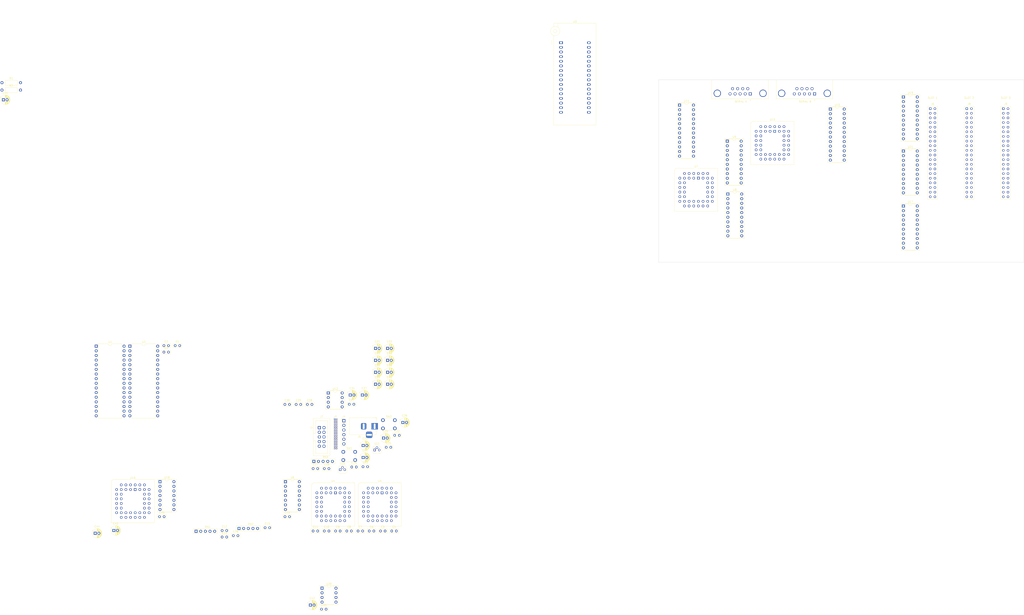
<source format=kicad_pcb>
(kicad_pcb (version 20171130) (host pcbnew 5.1.12-1.fc35)
  (layers (0 F.Cu signal) (1 In1.Cu power) (2 In2.Cu power) (31 B.Cu signal) (34 B.Paste user) (35 F.Paste user) (36 B.SilkS user) (37 F.SilkS user) (38 B.Mask user) (39 F.Mask user) (44 Edge.Cuts user))
  (net 0 "")
  (net 1 GND)
  (net 2 +5V)
  (net 3 SS7)
  (net 4 MISO)
  (net 5 SS6)
  (net 6 MOSI)
  (net 7 SS5)
  (net 8 SCK)
  (net 9 SS4)
  (net 10 CB2)
  (net 11 SS3)
  (net 12 CB1)
  (net 13 SS2)
  (net 14 CA2)
  (net 15 SS1)
  (net 16 CA1)
  (net 17 PB7)
  (net 18 PA7)
  (net 19 PB6)
  (net 20 PA6)
  (net 21 PB5)
  (net 22 PA5)
  (net 23 PB4)
  (net 24 PA4)
  (net 25 PB3)
  (net 26 PA3)
  (net 27 PB2)
  (net 28 PA2)
  (net 29 PB1)
  (net 30 PA1)
  (net 31 PB0)
  (net 32 PA0)
  (net 33 CTSA)
  (net 34 RTSA)
  (net 35 DSRA)
  (net 36 DTRA)
  (net 37 TXDA)
  (net 38 RxDA)
  (net 39 DCDA)
  (net 40 CTSB)
  (net 41 RTSB)
  (net 42 DSRB)
  (net 43 DTRB)
  (net 44 TXDB)
  (net 45 RxDB)
  (net 46 DCDB)
  (net 47 SS0)
  (net 48 SLOTIRQB)
  (net 49 XD7)
  (net 50 XD5)
  (net 51 XD3)
  (net 52 XD1)
  (net 53 RDB)
  (net 54 PHI2)
  (net 55 XA7)
  (net 56 XA5)
  (net 57 XA3)
  (net 58 XA1)
  (net 59 RESETB)
  (net 60 NMIB)
  (net 61 XD6)
  (net 62 XD4)
  (net 63 XD2)
  (net 64 XD0)
  (net 65 WRB)
  (net 66 RWB)
  (net 67 SLOT1SELB)
  (net 68 XA6)
  (net 69 XA4)
  (net 70 XA2)
  (net 71 XA0)
  (net 72 TDI)
  (net 73 TMS)
  (net 74 TDO)
  (net 75 TCK)
  (net 76 SLOT2SELB)
  (net 77 SLOT3SELB)
  (net 78 "Net-(R1-Pad2)")
  (net 79 "Net-(R2-Pad2)")
  (net 80 PHI1)
  (net 81 "Net-(RN1-Pad5)")
  (net 82 "Net-(RN1-Pad4)")
  (net 83 "Net-(RN1-Pad3)")
  (net 84 UARTIRQB)
  (net 85 SPIIRQB)
  (net 86 VIAIRQB)
  (net 87 A15)
  (net 88 A13)
  (net 89 A11)
  (net 90 A9)
  (net 91 A7)
  (net 92 A14)
  (net 93 A12)
  (net 94 A10)
  (net 95 A8)
  (net 96 A6)
  (net 97 A4)
  (net 98 A2)
  (net 99 A1)
  (net 100 A5)
  (net 101 A3)
  (net 102 A0)
  (net 103 VPA)
  (net 104 VDA)
  (net 105 D7)
  (net 106 D6)
  (net 107 D5)
  (net 108 D4)
  (net 109 D3)
  (net 110 D2)
  (net 111 D1)
  (net 112 D0)
  (net 113 A16)
  (net 114 A17)
  (net 115 A18)
  (net 116 A19)
  (net 117 A20)
  (net 118 SLOTENB)
  (net 119 VIASELB)
  (net 120 UARTSELB)
  (net 121 RESET)
  (net 122 RAM1CSB)
  (net 123 RAM2CSB)
  (net 124 ROMCSB)
  (net 125 "Net-(C31-Pad2)")
  (net 126 "Net-(C31-Pad1)")
  (net 127 "Net-(C32-Pad2)")
  (net 128 "Net-(C32-Pad1)")
  (net 129 "Net-(C33-Pad2)")
  (net 130 "Net-(C33-Pad1)")
  (net 131 "Net-(C34-Pad2)")
  (net 132 "Net-(C34-Pad1)")
  (net 133 "Net-(C37-Pad2)")
  (net 134 "Net-(C38-Pad2)")
  (net 135 "Net-(C39-Pad2)")
  (net 136 "Net-(C40-Pad2)")
  (net 137 XRDB)
  (net 138 XPHI2)
  (net 139 XWRB)
  (net 140 XRWB)
  (net 141 "Net-(U4-Pad38)")
  (net 142 "Net-(U4-Pad4)")
  (net 143 "Net-(U6-Pad6)")
  (net 144 "Net-(U7-Pad35)")
  (net 145 "Net-(U7-Pad33)")
  (net 146 "Net-(U7-Pad31)")
  (net 147 "Net-(U7-Pad36)")
  (net 148 "Net-(U7-Pad34)")
  (net 149 "Net-(U7-Pad32)")
  (net 150 "Net-(U7-Pad30)")
  (net 151 "Net-(U7-Pad29)")
  (net 152 "Net-(U12-Pad5)")
  (net 153 "Net-(U13-Pad35)")
  (net 154 "Net-(U13-Pad33)")
  (net 155 "Net-(U13-Pad31)")
  (net 156 "Net-(U13-Pad40)")
  (net 157 "Net-(U13-Pad32)")
  (net 158 "Net-(U13-Pad15)")
  (net 159 "Net-(U13-Pad13)")
  (net 160 "Net-(U13-Pad11)")
  (net 161 "Net-(U13-Pad14)")
  (net 162 "Net-(U13-Pad8)")
  (net 163 "Net-(U13-Pad42)")
  (net 164 "Net-(U13-Pad41)")
  (net 165 "Net-(U13-Pad5)")
  (net 166 "Net-(U13-Pad3)")
  (net 167 "Net-(U18-Pad3)")
  (module jrc:JRC_Expansion_Slot (layer F.Cu) (at 210 60)
    (fp_text reference J9 (at 0 -26.67) (layer F.SilkS))
    (fp_text value "SLOT 3" (at 0 -30 180) (layer F.SilkS))
    (pad 1 thru_hole roundrect (at -1.27 -24.13 90) (size 1.31 1.31) (drill 0.71) (layers *.Cu *.Mask) (roundrect_rratio 0.19084) (net 2 +5V))
    (pad 2 thru_hole circle (at -1.27 -21.59 90) (size 1.31 1.31) (drill 0.71) (layers *.Cu *.Mask) (net 1 GND))
    (pad 3 thru_hole circle (at -1.27 -19.05 90) (size 1.31 1.31) (drill 0.71) (layers *.Cu *.Mask) (net 71 XA0))
    (pad 4 thru_hole circle (at -1.27 -16.51 90) (size 1.31 1.31) (drill 0.71) (layers *.Cu *.Mask) (net 58 XA1))
    (pad 5 thru_hole circle (at -1.27 -13.97 90) (size 1.31 1.31) (drill 0.71) (layers *.Cu *.Mask) (net 70 XA2))
    (pad 6 thru_hole circle (at -1.27 -11.43 90) (size 1.31 1.31) (drill 0.71) (layers *.Cu *.Mask) (net 57 XA3))
    (pad 7 thru_hole circle (at -1.27 -8.89 90) (size 1.31 1.31) (drill 0.71) (layers *.Cu *.Mask) (net 69 XA4))
    (pad 8 thru_hole circle (at -1.27 -6.35 90) (size 1.31 1.31) (drill 0.71) (layers *.Cu *.Mask) (net 56 XA5))
    (pad 9 thru_hole circle (at -1.27 -3.81 90) (size 1.31 1.31) (drill 0.71) (layers *.Cu *.Mask) (net 68 XA6))
    (pad 10 thru_hole circle (at -1.27 -1.27 90) (size 1.31 1.31) (drill 0.71) (layers *.Cu *.Mask) (net 55 XA7))
    (pad 11 thru_hole circle (at -1.27 1.27 90) (size 1.31 1.31) (drill 0.71) (layers *.Cu *.Mask) (net 77 SLOT3SELB))
    (pad 12 thru_hole circle (at -1.27 3.81 90) (size 1.31 1.31) (drill 0.71) (layers *.Cu *.Mask) (net 138 XPHI2))
    (pad 13 thru_hole circle (at -1.27 6.35 90) (size 1.31 1.31) (drill 0.71) (layers *.Cu *.Mask) (net 140 XRWB))
    (pad 14 thru_hole circle (at -1.27 8.89 90) (size 1.31 1.31) (drill 0.71) (layers *.Cu *.Mask) (net 137 XRDB))
    (pad 15 thru_hole circle (at -1.27 11.43 90) (size 1.31 1.31) (drill 0.71) (layers *.Cu *.Mask) (net 139 XWRB))
    (pad 16 thru_hole circle (at -1.27 13.97 90) (size 1.31 1.31) (drill 0.71) (layers *.Cu *.Mask))
    (pad 17 thru_hole circle (at -1.27 16.51 90) (size 1.31 1.31) (drill 0.71) (layers *.Cu *.Mask))
    (pad 18 thru_hole circle (at -1.27 19.05 90) (size 1.31 1.31) (drill 0.71) (layers *.Cu *.Mask))
    (pad 19 thru_hole circle (at -1.27 21.59 90) (size 1.31 1.31) (drill 0.71) (layers *.Cu *.Mask) (net 2 +5V))
    (pad 20 thru_hole circle (at -1.27 24.13 90) (size 1.31 1.31) (drill 0.71) (layers *.Cu *.Mask) (net 1 GND))
    (pad 21 thru_hole circle (at 1.27 -24.13 90) (size 1.31 1.31) (drill 0.71) (layers *.Cu *.Mask) (net 2 +5V))
    (pad 22 thru_hole circle (at 1.27 -21.59 90) (size 1.31 1.31) (drill 0.71) (layers *.Cu *.Mask) (net 1 GND))
    (pad 23 thru_hole circle (at 1.27 -19.05 90) (size 1.31 1.31) (drill 0.71) (layers *.Cu *.Mask) (net 64 XD0))
    (pad 24 thru_hole circle (at 1.27 -16.51 90) (size 1.31 1.31) (drill 0.71) (layers *.Cu *.Mask) (net 52 XD1))
    (pad 25 thru_hole circle (at 1.27 -13.97 90) (size 1.31 1.31) (drill 0.71) (layers *.Cu *.Mask) (net 63 XD2))
    (pad 26 thru_hole circle (at 1.27 -11.43 90) (size 1.31 1.31) (drill 0.71) (layers *.Cu *.Mask) (net 51 XD3))
    (pad 27 thru_hole circle (at 1.27 -8.89 90) (size 1.31 1.31) (drill 0.71) (layers *.Cu *.Mask) (net 62 XD4))
    (pad 28 thru_hole circle (at 1.27 -6.35 90) (size 1.31 1.31) (drill 0.71) (layers *.Cu *.Mask) (net 50 XD5))
    (pad 29 thru_hole circle (at 1.27 -3.81 90) (size 1.31 1.31) (drill 0.71) (layers *.Cu *.Mask) (net 61 XD6))
    (pad 30 thru_hole circle (at 1.27 -1.27 90) (size 1.31 1.31) (drill 0.71) (layers *.Cu *.Mask) (net 49 XD7))
    (pad 31 thru_hole circle (at 1.27 1.27 90) (size 1.31 1.31) (drill 0.71) (layers *.Cu *.Mask) (net 60 NMIB))
    (pad 32 thru_hole circle (at 1.27 3.81 90) (size 1.31 1.31) (drill 0.71) (layers *.Cu *.Mask) (net 48 SLOTIRQB))
    (pad 33 thru_hole circle (at 1.27 6.35 90) (size 1.31 1.31) (drill 0.71) (layers *.Cu *.Mask) (net 59 RESETB))
    (pad 34 thru_hole circle (at 1.27 8.89 90) (size 1.31 1.31) (drill 0.71) (layers *.Cu *.Mask))
    (pad 35 thru_hole circle (at 1.27 11.43 90) (size 1.31 1.31) (drill 0.71) (layers *.Cu *.Mask))
    (pad 36 thru_hole circle (at 1.27 13.97 90) (size 1.31 1.31) (drill 0.71) (layers *.Cu *.Mask))
    (pad 37 thru_hole circle (at 1.27 16.51 90) (size 1.31 1.31) (drill 0.71) (layers *.Cu *.Mask))
    (pad 38 thru_hole circle (at 1.27 19.05 90) (size 1.31 1.31) (drill 0.71) (layers *.Cu *.Mask))
    (pad 39 thru_hole circle (at 1.27 21.59 90) (size 1.31 1.31) (drill 0.71) (layers *.Cu *.Mask) (net 2 +5V))
    (pad 40 thru_hole circle (at 1.27 24.13 90) (size 1.31 1.31) (drill 0.71) (layers *.Cu *.Mask) (net 1 GND))
  )
  (module jrc:JRC_Expansion_Slot (layer F.Cu) (at 190 60)
    (fp_text reference J8 (at 0 -26.67) (layer F.SilkS))
    (fp_text value "SLOT 2" (at 0 -30 180) (layer F.SilkS))
    (pad 1 thru_hole roundrect (at -1.27 -24.13 90) (size 1.31 1.31) (drill 0.71) (layers *.Cu *.Mask) (roundrect_rratio 0.19084) (net 2 +5V))
    (pad 2 thru_hole circle (at -1.27 -21.59 90) (size 1.31 1.31) (drill 0.71) (layers *.Cu *.Mask) (net 1 GND))
    (pad 3 thru_hole circle (at -1.27 -19.05 90) (size 1.31 1.31) (drill 0.71) (layers *.Cu *.Mask) (net 71 XA0))
    (pad 4 thru_hole circle (at -1.27 -16.51 90) (size 1.31 1.31) (drill 0.71) (layers *.Cu *.Mask) (net 58 XA1))
    (pad 5 thru_hole circle (at -1.27 -13.97 90) (size 1.31 1.31) (drill 0.71) (layers *.Cu *.Mask) (net 70 XA2))
    (pad 6 thru_hole circle (at -1.27 -11.43 90) (size 1.31 1.31) (drill 0.71) (layers *.Cu *.Mask) (net 57 XA3))
    (pad 7 thru_hole circle (at -1.27 -8.89 90) (size 1.31 1.31) (drill 0.71) (layers *.Cu *.Mask) (net 69 XA4))
    (pad 8 thru_hole circle (at -1.27 -6.35 90) (size 1.31 1.31) (drill 0.71) (layers *.Cu *.Mask) (net 56 XA5))
    (pad 9 thru_hole circle (at -1.27 -3.81 90) (size 1.31 1.31) (drill 0.71) (layers *.Cu *.Mask) (net 68 XA6))
    (pad 10 thru_hole circle (at -1.27 -1.27 90) (size 1.31 1.31) (drill 0.71) (layers *.Cu *.Mask) (net 55 XA7))
    (pad 11 thru_hole circle (at -1.27 1.27 90) (size 1.31 1.31) (drill 0.71) (layers *.Cu *.Mask) (net 76 SLOT2SELB))
    (pad 12 thru_hole circle (at -1.27 3.81 90) (size 1.31 1.31) (drill 0.71) (layers *.Cu *.Mask) (net 138 XPHI2))
    (pad 13 thru_hole circle (at -1.27 6.35 90) (size 1.31 1.31) (drill 0.71) (layers *.Cu *.Mask) (net 140 XRWB))
    (pad 14 thru_hole circle (at -1.27 8.89 90) (size 1.31 1.31) (drill 0.71) (layers *.Cu *.Mask) (net 137 XRDB))
    (pad 15 thru_hole circle (at -1.27 11.43 90) (size 1.31 1.31) (drill 0.71) (layers *.Cu *.Mask) (net 139 XWRB))
    (pad 16 thru_hole circle (at -1.27 13.97 90) (size 1.31 1.31) (drill 0.71) (layers *.Cu *.Mask))
    (pad 17 thru_hole circle (at -1.27 16.51 90) (size 1.31 1.31) (drill 0.71) (layers *.Cu *.Mask))
    (pad 18 thru_hole circle (at -1.27 19.05 90) (size 1.31 1.31) (drill 0.71) (layers *.Cu *.Mask))
    (pad 19 thru_hole circle (at -1.27 21.59 90) (size 1.31 1.31) (drill 0.71) (layers *.Cu *.Mask) (net 2 +5V))
    (pad 20 thru_hole circle (at -1.27 24.13 90) (size 1.31 1.31) (drill 0.71) (layers *.Cu *.Mask) (net 1 GND))
    (pad 21 thru_hole circle (at 1.27 -24.13 90) (size 1.31 1.31) (drill 0.71) (layers *.Cu *.Mask) (net 2 +5V))
    (pad 22 thru_hole circle (at 1.27 -21.59 90) (size 1.31 1.31) (drill 0.71) (layers *.Cu *.Mask) (net 1 GND))
    (pad 23 thru_hole circle (at 1.27 -19.05 90) (size 1.31 1.31) (drill 0.71) (layers *.Cu *.Mask) (net 64 XD0))
    (pad 24 thru_hole circle (at 1.27 -16.51 90) (size 1.31 1.31) (drill 0.71) (layers *.Cu *.Mask) (net 52 XD1))
    (pad 25 thru_hole circle (at 1.27 -13.97 90) (size 1.31 1.31) (drill 0.71) (layers *.Cu *.Mask) (net 63 XD2))
    (pad 26 thru_hole circle (at 1.27 -11.43 90) (size 1.31 1.31) (drill 0.71) (layers *.Cu *.Mask) (net 51 XD3))
    (pad 27 thru_hole circle (at 1.27 -8.89 90) (size 1.31 1.31) (drill 0.71) (layers *.Cu *.Mask) (net 62 XD4))
    (pad 28 thru_hole circle (at 1.27 -6.35 90) (size 1.31 1.31) (drill 0.71) (layers *.Cu *.Mask) (net 50 XD5))
    (pad 29 thru_hole circle (at 1.27 -3.81 90) (size 1.31 1.31) (drill 0.71) (layers *.Cu *.Mask) (net 61 XD6))
    (pad 30 thru_hole circle (at 1.27 -1.27 90) (size 1.31 1.31) (drill 0.71) (layers *.Cu *.Mask) (net 49 XD7))
    (pad 31 thru_hole circle (at 1.27 1.27 90) (size 1.31 1.31) (drill 0.71) (layers *.Cu *.Mask) (net 60 NMIB))
    (pad 32 thru_hole circle (at 1.27 3.81 90) (size 1.31 1.31) (drill 0.71) (layers *.Cu *.Mask) (net 48 SLOTIRQB))
    (pad 33 thru_hole circle (at 1.27 6.35 90) (size 1.31 1.31) (drill 0.71) (layers *.Cu *.Mask) (net 59 RESETB))
    (pad 34 thru_hole circle (at 1.27 8.89 90) (size 1.31 1.31) (drill 0.71) (layers *.Cu *.Mask))
    (pad 35 thru_hole circle (at 1.27 11.43 90) (size 1.31 1.31) (drill 0.71) (layers *.Cu *.Mask))
    (pad 36 thru_hole circle (at 1.27 13.97 90) (size 1.31 1.31) (drill 0.71) (layers *.Cu *.Mask))
    (pad 37 thru_hole circle (at 1.27 16.51 90) (size 1.31 1.31) (drill 0.71) (layers *.Cu *.Mask))
    (pad 38 thru_hole circle (at 1.27 19.05 90) (size 1.31 1.31) (drill 0.71) (layers *.Cu *.Mask))
    (pad 39 thru_hole circle (at 1.27 21.59 90) (size 1.31 1.31) (drill 0.71) (layers *.Cu *.Mask) (net 2 +5V))
    (pad 40 thru_hole circle (at 1.27 24.13 90) (size 1.31 1.31) (drill 0.71) (layers *.Cu *.Mask) (net 1 GND))
  )
  (module jrc:JRC_Expansion_Slot (layer F.Cu) (at 170 60)
    (fp_text reference J6 (at 0 -26.67) (layer F.SilkS))
    (fp_text value "SLOT 1" (at 0 -30 180) (layer F.SilkS))
    (pad 1 thru_hole roundrect (at -1.27 -24.13 90) (size 1.31 1.31) (drill 0.71) (layers *.Cu *.Mask) (roundrect_rratio 0.19084) (net 2 +5V))
    (pad 2 thru_hole circle (at -1.27 -21.59 90) (size 1.31 1.31) (drill 0.71) (layers *.Cu *.Mask) (net 1 GND))
    (pad 3 thru_hole circle (at -1.27 -19.05 90) (size 1.31 1.31) (drill 0.71) (layers *.Cu *.Mask) (net 71 XA0))
    (pad 4 thru_hole circle (at -1.27 -16.51 90) (size 1.31 1.31) (drill 0.71) (layers *.Cu *.Mask) (net 58 XA1))
    (pad 5 thru_hole circle (at -1.27 -13.97 90) (size 1.31 1.31) (drill 0.71) (layers *.Cu *.Mask) (net 70 XA2))
    (pad 6 thru_hole circle (at -1.27 -11.43 90) (size 1.31 1.31) (drill 0.71) (layers *.Cu *.Mask) (net 57 XA3))
    (pad 7 thru_hole circle (at -1.27 -8.89 90) (size 1.31 1.31) (drill 0.71) (layers *.Cu *.Mask) (net 69 XA4))
    (pad 8 thru_hole circle (at -1.27 -6.35 90) (size 1.31 1.31) (drill 0.71) (layers *.Cu *.Mask) (net 56 XA5))
    (pad 9 thru_hole circle (at -1.27 -3.81 90) (size 1.31 1.31) (drill 0.71) (layers *.Cu *.Mask) (net 68 XA6))
    (pad 10 thru_hole circle (at -1.27 -1.27 90) (size 1.31 1.31) (drill 0.71) (layers *.Cu *.Mask) (net 55 XA7))
    (pad 11 thru_hole circle (at -1.27 1.27 90) (size 1.31 1.31) (drill 0.71) (layers *.Cu *.Mask) (net 67 SLOT1SELB))
    (pad 12 thru_hole circle (at -1.27 3.81 90) (size 1.31 1.31) (drill 0.71) (layers *.Cu *.Mask) (net 138 XPHI2))
    (pad 13 thru_hole circle (at -1.27 6.35 90) (size 1.31 1.31) (drill 0.71) (layers *.Cu *.Mask) (net 140 XRWB))
    (pad 14 thru_hole circle (at -1.27 8.89 90) (size 1.31 1.31) (drill 0.71) (layers *.Cu *.Mask) (net 137 XRDB))
    (pad 15 thru_hole circle (at -1.27 11.43 90) (size 1.31 1.31) (drill 0.71) (layers *.Cu *.Mask) (net 139 XWRB))
    (pad 16 thru_hole circle (at -1.27 13.97 90) (size 1.31 1.31) (drill 0.71) (layers *.Cu *.Mask))
    (pad 17 thru_hole circle (at -1.27 16.51 90) (size 1.31 1.31) (drill 0.71) (layers *.Cu *.Mask))
    (pad 18 thru_hole circle (at -1.27 19.05 90) (size 1.31 1.31) (drill 0.71) (layers *.Cu *.Mask))
    (pad 19 thru_hole circle (at -1.27 21.59 90) (size 1.31 1.31) (drill 0.71) (layers *.Cu *.Mask) (net 2 +5V))
    (pad 20 thru_hole circle (at -1.27 24.13 90) (size 1.31 1.31) (drill 0.71) (layers *.Cu *.Mask) (net 1 GND))
    (pad 21 thru_hole circle (at 1.27 -24.13 90) (size 1.31 1.31) (drill 0.71) (layers *.Cu *.Mask) (net 2 +5V))
    (pad 22 thru_hole circle (at 1.27 -21.59 90) (size 1.31 1.31) (drill 0.71) (layers *.Cu *.Mask) (net 1 GND))
    (pad 23 thru_hole circle (at 1.27 -19.05 90) (size 1.31 1.31) (drill 0.71) (layers *.Cu *.Mask) (net 64 XD0))
    (pad 24 thru_hole circle (at 1.27 -16.51 90) (size 1.31 1.31) (drill 0.71) (layers *.Cu *.Mask) (net 52 XD1))
    (pad 25 thru_hole circle (at 1.27 -13.97 90) (size 1.31 1.31) (drill 0.71) (layers *.Cu *.Mask) (net 63 XD2))
    (pad 26 thru_hole circle (at 1.27 -11.43 90) (size 1.31 1.31) (drill 0.71) (layers *.Cu *.Mask) (net 51 XD3))
    (pad 27 thru_hole circle (at 1.27 -8.89 90) (size 1.31 1.31) (drill 0.71) (layers *.Cu *.Mask) (net 62 XD4))
    (pad 28 thru_hole circle (at 1.27 -6.35 90) (size 1.31 1.31) (drill 0.71) (layers *.Cu *.Mask) (net 50 XD5))
    (pad 29 thru_hole circle (at 1.27 -3.81 90) (size 1.31 1.31) (drill 0.71) (layers *.Cu *.Mask) (net 61 XD6))
    (pad 30 thru_hole circle (at 1.27 -1.27 90) (size 1.31 1.31) (drill 0.71) (layers *.Cu *.Mask) (net 49 XD7))
    (pad 31 thru_hole circle (at 1.27 1.27 90) (size 1.31 1.31) (drill 0.71) (layers *.Cu *.Mask) (net 60 NMIB))
    (pad 32 thru_hole circle (at 1.27 3.81 90) (size 1.31 1.31) (drill 0.71) (layers *.Cu *.Mask) (net 48 SLOTIRQB))
    (pad 33 thru_hole circle (at 1.27 6.35 90) (size 1.31 1.31) (drill 0.71) (layers *.Cu *.Mask) (net 59 RESETB))
    (pad 34 thru_hole circle (at 1.27 8.89 90) (size 1.31 1.31) (drill 0.71) (layers *.Cu *.Mask))
    (pad 35 thru_hole circle (at 1.27 11.43 90) (size 1.31 1.31) (drill 0.71) (layers *.Cu *.Mask))
    (pad 36 thru_hole circle (at 1.27 13.97 90) (size 1.31 1.31) (drill 0.71) (layers *.Cu *.Mask))
    (pad 37 thru_hole circle (at 1.27 16.51 90) (size 1.31 1.31) (drill 0.71) (layers *.Cu *.Mask))
    (pad 38 thru_hole circle (at 1.27 19.05 90) (size 1.31 1.31) (drill 0.71) (layers *.Cu *.Mask))
    (pad 39 thru_hole circle (at 1.27 21.59 90) (size 1.31 1.31) (drill 0.71) (layers *.Cu *.Mask) (net 2 +5V))
    (pad 40 thru_hole circle (at 1.27 24.13 90) (size 1.31 1.31) (drill 0.71) (layers *.Cu *.Mask) (net 1 GND))
  )
  (module Package_DIP:DIP-20_W7.62mm_Socket (layer F.Cu) (at 154 59.1)
    (fp_text reference U21 (at 3.81 -2.33) (layer F.SilkS))
    (fp_text value SN74AHCT245N)
    (pad 20 thru_hole oval (at 7.62 0) (size 1.6 1.6) (drill 0.8) (layers *.Cu *.Mask) (net 2 +5V))
    (pad 10 thru_hole oval (at 0 22.86) (size 1.6 1.6) (drill 0.8) (layers *.Cu *.Mask) (net 1 GND))
    (pad 19 thru_hole oval (at 7.62 2.54) (size 1.6 1.6) (drill 0.8) (layers *.Cu *.Mask) (net 118 SLOTENB))
    (pad 9 thru_hole oval (at 0 20.32) (size 1.6 1.6) (drill 0.8) (layers *.Cu *.Mask) (net 49 XD7))
    (pad 18 thru_hole oval (at 7.62 5.08) (size 1.6 1.6) (drill 0.8) (layers *.Cu *.Mask) (net 112 D0))
    (pad 8 thru_hole oval (at 0 17.78) (size 1.6 1.6) (drill 0.8) (layers *.Cu *.Mask) (net 61 XD6))
    (pad 17 thru_hole oval (at 7.62 7.62) (size 1.6 1.6) (drill 0.8) (layers *.Cu *.Mask) (net 111 D1))
    (pad 7 thru_hole oval (at 0 15.24) (size 1.6 1.6) (drill 0.8) (layers *.Cu *.Mask) (net 50 XD5))
    (pad 16 thru_hole oval (at 7.62 10.16) (size 1.6 1.6) (drill 0.8) (layers *.Cu *.Mask) (net 110 D2))
    (pad 6 thru_hole oval (at 0 12.7) (size 1.6 1.6) (drill 0.8) (layers *.Cu *.Mask) (net 62 XD4))
    (pad 15 thru_hole oval (at 7.62 12.7) (size 1.6 1.6) (drill 0.8) (layers *.Cu *.Mask) (net 109 D3))
    (pad 5 thru_hole oval (at 0 10.16) (size 1.6 1.6) (drill 0.8) (layers *.Cu *.Mask) (net 51 XD3))
    (pad 14 thru_hole oval (at 7.62 15.24) (size 1.6 1.6) (drill 0.8) (layers *.Cu *.Mask) (net 108 D4))
    (pad 4 thru_hole oval (at 0 7.62) (size 1.6 1.6) (drill 0.8) (layers *.Cu *.Mask) (net 63 XD2))
    (pad 13 thru_hole oval (at 7.62 17.78) (size 1.6 1.6) (drill 0.8) (layers *.Cu *.Mask) (net 107 D5))
    (pad 3 thru_hole oval (at 0 5.08) (size 1.6 1.6) (drill 0.8) (layers *.Cu *.Mask) (net 52 XD1))
    (pad 12 thru_hole oval (at 7.62 20.32) (size 1.6 1.6) (drill 0.8) (layers *.Cu *.Mask) (net 106 D6))
    (pad 2 thru_hole oval (at 0 2.54) (size 1.6 1.6) (drill 0.8) (layers *.Cu *.Mask) (net 64 XD0))
    (pad 11 thru_hole oval (at 7.62 22.86) (size 1.6 1.6) (drill 0.8) (layers *.Cu *.Mask) (net 105 D7))
    (pad 1 thru_hole rect (at 0 0) (size 1.6 1.6) (drill 0.8) (layers *.Cu *.Mask) (net 66 RWB))
  )
  (module Package_DIP:DIP-8_W7.62mm_Socket (layer F.Cu) (at -164.19 298.37)
    (fp_text reference U20 (at 3.81 -2.33) (layer F.SilkS))
    (fp_text value 8.0M)
    (pad 8 thru_hole oval (at 7.62 0) (size 1.6 1.6) (drill 0.8) (layers *.Cu *.Mask) (net 2 +5V))
    (pad 4 thru_hole oval (at 0 7.62) (size 1.6 1.6) (drill 0.8) (layers *.Cu *.Mask) (net 1 GND))
    (pad 7 thru_hole oval (at 7.62 2.54) (size 1.6 1.6) (drill 0.8) (layers *.Cu *.Mask))
    (pad 3 thru_hole oval (at 0 5.08) (size 1.6 1.6) (drill 0.8) (layers *.Cu *.Mask))
    (pad 6 thru_hole oval (at 7.62 5.08) (size 1.6 1.6) (drill 0.8) (layers *.Cu *.Mask))
    (pad 2 thru_hole oval (at 0 2.54) (size 1.6 1.6) (drill 0.8) (layers *.Cu *.Mask))
    (pad 5 thru_hole oval (at 7.62 7.62) (size 1.6 1.6) (drill 0.8) (layers *.Cu *.Mask) (net 167 "Net-(U18-Pad3)"))
    (pad 1 thru_hole rect (at 0 0) (size 1.6 1.6) (drill 0.8) (layers *.Cu *.Mask))
  )
  (module Package_DIP:DIP-20_W7.62mm_Socket (layer F.Cu) (at 154 29.5)
    (fp_text reference U19 (at 3.81 -2.33) (layer F.SilkS))
    (fp_text value CD74AC541E hide)
    (pad 20 thru_hole oval (at 7.62 0) (size 1.6 1.6) (drill 0.8) (layers *.Cu *.Mask) (net 2 +5V))
    (pad 10 thru_hole oval (at 0 22.86) (size 1.6 1.6) (drill 0.8) (layers *.Cu *.Mask) (net 1 GND))
    (pad 19 thru_hole oval (at 7.62 2.54) (size 1.6 1.6) (drill 0.8) (layers *.Cu *.Mask) (net 1 GND))
    (pad 9 thru_hole oval (at 0 20.32) (size 1.6 1.6) (drill 0.8) (layers *.Cu *.Mask) (net 91 A7))
    (pad 18 thru_hole oval (at 7.62 5.08) (size 1.6 1.6) (drill 0.8) (layers *.Cu *.Mask) (net 71 XA0))
    (pad 8 thru_hole oval (at 0 17.78) (size 1.6 1.6) (drill 0.8) (layers *.Cu *.Mask) (net 96 A6))
    (pad 17 thru_hole oval (at 7.62 7.62) (size 1.6 1.6) (drill 0.8) (layers *.Cu *.Mask) (net 58 XA1))
    (pad 7 thru_hole oval (at 0 15.24) (size 1.6 1.6) (drill 0.8) (layers *.Cu *.Mask) (net 100 A5))
    (pad 16 thru_hole oval (at 7.62 10.16) (size 1.6 1.6) (drill 0.8) (layers *.Cu *.Mask) (net 70 XA2))
    (pad 6 thru_hole oval (at 0 12.7) (size 1.6 1.6) (drill 0.8) (layers *.Cu *.Mask) (net 97 A4))
    (pad 15 thru_hole oval (at 7.62 12.7) (size 1.6 1.6) (drill 0.8) (layers *.Cu *.Mask) (net 57 XA3))
    (pad 5 thru_hole oval (at 0 10.16) (size 1.6 1.6) (drill 0.8) (layers *.Cu *.Mask) (net 101 A3))
    (pad 14 thru_hole oval (at 7.62 15.24) (size 1.6 1.6) (drill 0.8) (layers *.Cu *.Mask) (net 69 XA4))
    (pad 4 thru_hole oval (at 0 7.62) (size 1.6 1.6) (drill 0.8) (layers *.Cu *.Mask) (net 98 A2))
    (pad 13 thru_hole oval (at 7.62 17.78) (size 1.6 1.6) (drill 0.8) (layers *.Cu *.Mask) (net 56 XA5))
    (pad 3 thru_hole oval (at 0 5.08) (size 1.6 1.6) (drill 0.8) (layers *.Cu *.Mask) (net 99 A1))
    (pad 12 thru_hole oval (at 7.62 20.32) (size 1.6 1.6) (drill 0.8) (layers *.Cu *.Mask) (net 68 XA6))
    (pad 2 thru_hole oval (at 0 2.54) (size 1.6 1.6) (drill 0.8) (layers *.Cu *.Mask) (net 102 A0))
    (pad 11 thru_hole oval (at 7.62 22.86) (size 1.6 1.6) (drill 0.8) (layers *.Cu *.Mask) (net 55 XA7))
    (pad 1 thru_hole rect (at 0 0) (size 1.6 1.6) (drill 0.8) (layers *.Cu *.Mask) (net 1 GND))
  )
  (module Package_DIP:DIP-14_W7.62mm_Socket (layer F.Cu) (at -252.9 240.07)
    (fp_text reference U18 (at 3.81 -2.33) (layer F.SilkS))
    (fp_text value SN74AC74N)
    (pad 14 thru_hole oval (at 7.62 0) (size 1.6 1.6) (drill 0.8) (layers *.Cu *.Mask) (net 2 +5V))
    (pad 7 thru_hole oval (at 0 15.24) (size 1.6 1.6) (drill 0.8) (layers *.Cu *.Mask) (net 1 GND))
    (pad 13 thru_hole oval (at 7.62 2.54) (size 1.6 1.6) (drill 0.8) (layers *.Cu *.Mask) (net 2 +5V))
    (pad 6 thru_hole oval (at 0 12.7) (size 1.6 1.6) (drill 0.8) (layers *.Cu *.Mask) (net 79 "Net-(R2-Pad2)"))
    (pad 12 thru_hole oval (at 7.62 5.08) (size 1.6 1.6) (drill 0.8) (layers *.Cu *.Mask) (net 2 +5V))
    (pad 5 thru_hole oval (at 0 10.16) (size 1.6 1.6) (drill 0.8) (layers *.Cu *.Mask) (net 78 "Net-(R1-Pad2)"))
    (pad 11 thru_hole oval (at 7.62 7.62) (size 1.6 1.6) (drill 0.8) (layers *.Cu *.Mask) (net 2 +5V))
    (pad 4 thru_hole oval (at 0 7.62) (size 1.6 1.6) (drill 0.8) (layers *.Cu *.Mask) (net 2 +5V))
    (pad 10 thru_hole oval (at 7.62 10.16) (size 1.6 1.6) (drill 0.8) (layers *.Cu *.Mask) (net 2 +5V))
    (pad 3 thru_hole oval (at 0 5.08) (size 1.6 1.6) (drill 0.8) (layers *.Cu *.Mask) (net 167 "Net-(U18-Pad3)"))
    (pad 9 thru_hole oval (at 7.62 12.7) (size 1.6 1.6) (drill 0.8) (layers *.Cu *.Mask))
    (pad 2 thru_hole oval (at 0 2.54) (size 1.6 1.6) (drill 0.8) (layers *.Cu *.Mask) (net 79 "Net-(R2-Pad2)"))
    (pad 8 thru_hole oval (at 7.62 15.24) (size 1.6 1.6) (drill 0.8) (layers *.Cu *.Mask))
    (pad 1 thru_hole rect (at 0 0) (size 1.6 1.6) (drill 0.8) (layers *.Cu *.Mask) (net 2 +5V))
  )
  (module Package_DIP:DIP-20_W7.62mm_Socket (layer F.Cu) (at 154 89.2)
    (fp_text reference U17 (at 3.81 -2.33) (layer F.SilkS))
    (fp_text value CD74AC541E)
    (pad 20 thru_hole oval (at 7.62 0) (size 1.6 1.6) (drill 0.8) (layers *.Cu *.Mask) (net 2 +5V))
    (pad 10 thru_hole oval (at 0 22.86) (size 1.6 1.6) (drill 0.8) (layers *.Cu *.Mask) (net 1 GND))
    (pad 19 thru_hole oval (at 7.62 2.54) (size 1.6 1.6) (drill 0.8) (layers *.Cu *.Mask) (net 1 GND))
    (pad 9 thru_hole oval (at 0 20.32) (size 1.6 1.6) (drill 0.8) (layers *.Cu *.Mask) (net 1 GND))
    (pad 18 thru_hole oval (at 7.62 5.08) (size 1.6 1.6) (drill 0.8) (layers *.Cu *.Mask) (net 138 XPHI2))
    (pad 8 thru_hole oval (at 0 17.78) (size 1.6 1.6) (drill 0.8) (layers *.Cu *.Mask) (net 1 GND))
    (pad 17 thru_hole oval (at 7.62 7.62) (size 1.6 1.6) (drill 0.8) (layers *.Cu *.Mask) (net 140 XRWB))
    (pad 7 thru_hole oval (at 0 15.24) (size 1.6 1.6) (drill 0.8) (layers *.Cu *.Mask) (net 1 GND))
    (pad 16 thru_hole oval (at 7.62 10.16) (size 1.6 1.6) (drill 0.8) (layers *.Cu *.Mask) (net 137 XRDB))
    (pad 6 thru_hole oval (at 0 12.7) (size 1.6 1.6) (drill 0.8) (layers *.Cu *.Mask) (net 1 GND))
    (pad 15 thru_hole oval (at 7.62 12.7) (size 1.6 1.6) (drill 0.8) (layers *.Cu *.Mask) (net 139 XWRB))
    (pad 5 thru_hole oval (at 0 10.16) (size 1.6 1.6) (drill 0.8) (layers *.Cu *.Mask) (net 65 WRB))
    (pad 14 thru_hole oval (at 7.62 15.24) (size 1.6 1.6) (drill 0.8) (layers *.Cu *.Mask))
    (pad 4 thru_hole oval (at 0 7.62) (size 1.6 1.6) (drill 0.8) (layers *.Cu *.Mask) (net 53 RDB))
    (pad 13 thru_hole oval (at 7.62 17.78) (size 1.6 1.6) (drill 0.8) (layers *.Cu *.Mask))
    (pad 3 thru_hole oval (at 0 5.08) (size 1.6 1.6) (drill 0.8) (layers *.Cu *.Mask) (net 66 RWB))
    (pad 12 thru_hole oval (at 7.62 20.32) (size 1.6 1.6) (drill 0.8) (layers *.Cu *.Mask))
    (pad 2 thru_hole oval (at 0 2.54) (size 1.6 1.6) (drill 0.8) (layers *.Cu *.Mask) (net 54 PHI2))
    (pad 11 thru_hole oval (at 7.62 22.86) (size 1.6 1.6) (drill 0.8) (layers *.Cu *.Mask))
    (pad 1 thru_hole rect (at 0 0) (size 1.6 1.6) (drill 0.8) (layers *.Cu *.Mask) (net 1 GND))
  )
  (module Package_LCC:PLCC-44_THT-Socket (layer F.Cu) (at -266.48 244.37)
    (fp_text reference U16 (at -1.27 -6.4) (layer F.SilkS))
    (fp_text value W65C22SxPL)
    (pad 39 thru_hole circle (at 7.62 0) (size 1.4224 1.4224) (drill 0.8) (layers *.Cu *.Mask) (net 101 A3))
    (pad 37 thru_hole circle (at 7.62 2.54) (size 1.4224 1.4224) (drill 0.8) (layers *.Cu *.Mask) (net 59 RESETB))
    (pad 35 thru_hole circle (at 7.62 5.08) (size 1.4224 1.4224) (drill 0.8) (layers *.Cu *.Mask) (net 111 D1))
    (pad 33 thru_hole circle (at 7.62 7.62) (size 1.4224 1.4224) (drill 0.8) (layers *.Cu *.Mask))
    (pad 31 thru_hole circle (at 7.62 10.16) (size 1.4224 1.4224) (drill 0.8) (layers *.Cu *.Mask) (net 108 D4))
    (pad 40 thru_hole circle (at 5.08 -2.54) (size 1.4224 1.4224) (drill 0.8) (layers *.Cu *.Mask) (net 98 A2))
    (pad 38 thru_hole circle (at 5.08 2.54) (size 1.4224 1.4224) (drill 0.8) (layers *.Cu *.Mask))
    (pad 36 thru_hole circle (at 5.08 5.08) (size 1.4224 1.4224) (drill 0.8) (layers *.Cu *.Mask) (net 112 D0))
    (pad 34 thru_hole circle (at 5.08 7.62) (size 1.4224 1.4224) (drill 0.8) (layers *.Cu *.Mask) (net 110 D2))
    (pad 32 thru_hole circle (at 5.08 10.16) (size 1.4224 1.4224) (drill 0.8) (layers *.Cu *.Mask) (net 109 D3))
    (pad 30 thru_hole circle (at 5.08 12.7) (size 1.4224 1.4224) (drill 0.8) (layers *.Cu *.Mask) (net 107 D5))
    (pad 28 thru_hole circle (at 5.08 15.24) (size 1.4224 1.4224) (drill 0.8) (layers *.Cu *.Mask) (net 105 D7))
    (pad 26 thru_hole circle (at 2.54 15.24) (size 1.4224 1.4224) (drill 0.8) (layers *.Cu *.Mask) (net 2 +5V))
    (pad 24 thru_hole circle (at 0 15.24) (size 1.4224 1.4224) (drill 0.8) (layers *.Cu *.Mask) (net 66 RWB))
    (pad 22 thru_hole circle (at -2.54 15.24) (size 1.4224 1.4224) (drill 0.8) (layers *.Cu *.Mask))
    (pad 20 thru_hole circle (at -5.08 15.24) (size 1.4224 1.4224) (drill 0.8) (layers *.Cu *.Mask) (net 10 CB2))
    (pad 18 thru_hole circle (at -7.62 15.24) (size 1.4224 1.4224) (drill 0.8) (layers *.Cu *.Mask) (net 17 PB7))
    (pad 29 thru_hole circle (at 7.62 12.7) (size 1.4224 1.4224) (drill 0.8) (layers *.Cu *.Mask) (net 106 D6))
    (pad 27 thru_hole circle (at 2.54 12.7) (size 1.4224 1.4224) (drill 0.8) (layers *.Cu *.Mask) (net 54 PHI2))
    (pad 25 thru_hole circle (at 0 12.7) (size 1.4224 1.4224) (drill 0.8) (layers *.Cu *.Mask) (net 119 VIASELB))
    (pad 23 thru_hole circle (at -2.54 12.7) (size 1.4224 1.4224) (drill 0.8) (layers *.Cu *.Mask) (net 86 VIAIRQB))
    (pad 21 thru_hole circle (at -5.08 12.7) (size 1.4224 1.4224) (drill 0.8) (layers *.Cu *.Mask) (net 2 +5V))
    (pad 19 thru_hole circle (at -7.62 12.7) (size 1.4224 1.4224) (drill 0.8) (layers *.Cu *.Mask) (net 12 CB1))
    (pad 17 thru_hole circle (at -10.16 12.7) (size 1.4224 1.4224) (drill 0.8) (layers *.Cu *.Mask) (net 19 PB6))
    (pad 15 thru_hole circle (at -10.16 10.16) (size 1.4224 1.4224) (drill 0.8) (layers *.Cu *.Mask) (net 23 PB4))
    (pad 13 thru_hole circle (at -10.16 7.62) (size 1.4224 1.4224) (drill 0.8) (layers *.Cu *.Mask) (net 27 PB2))
    (pad 11 thru_hole circle (at -10.16 5.08) (size 1.4224 1.4224) (drill 0.8) (layers *.Cu *.Mask))
    (pad 9 thru_hole circle (at -10.16 2.54) (size 1.4224 1.4224) (drill 0.8) (layers *.Cu *.Mask) (net 18 PA7))
    (pad 7 thru_hole circle (at -10.16 0) (size 1.4224 1.4224) (drill 0.8) (layers *.Cu *.Mask) (net 22 PA5))
    (pad 16 thru_hole circle (at -7.62 10.16) (size 1.4224 1.4224) (drill 0.8) (layers *.Cu *.Mask) (net 21 PB5))
    (pad 14 thru_hole circle (at -7.62 7.62) (size 1.4224 1.4224) (drill 0.8) (layers *.Cu *.Mask) (net 25 PB3))
    (pad 12 thru_hole circle (at -7.62 5.08) (size 1.4224 1.4224) (drill 0.8) (layers *.Cu *.Mask) (net 29 PB1))
    (pad 10 thru_hole circle (at -7.62 2.54) (size 1.4224 1.4224) (drill 0.8) (layers *.Cu *.Mask) (net 31 PB0))
    (pad 8 thru_hole circle (at -7.62 0) (size 1.4224 1.4224) (drill 0.8) (layers *.Cu *.Mask) (net 20 PA6))
    (pad 42 thru_hole circle (at 2.54 -2.54) (size 1.4224 1.4224) (drill 0.8) (layers *.Cu *.Mask) (net 102 A0))
    (pad 44 thru_hole circle (at 0 -2.54) (size 1.4224 1.4224) (drill 0.8) (layers *.Cu *.Mask) (net 16 CA1))
    (pad 6 thru_hole circle (at -7.62 -2.54) (size 1.4224 1.4224) (drill 0.8) (layers *.Cu *.Mask) (net 24 PA4))
    (pad 4 thru_hole circle (at -5.08 -2.54) (size 1.4224 1.4224) (drill 0.8) (layers *.Cu *.Mask) (net 28 PA2))
    (pad 2 thru_hole circle (at -2.54 -2.54) (size 1.4224 1.4224) (drill 0.8) (layers *.Cu *.Mask) (net 32 PA0))
    (pad 41 thru_hole circle (at 5.08 0) (size 1.4224 1.4224) (drill 0.8) (layers *.Cu *.Mask) (net 99 A1))
    (pad 43 thru_hole circle (at 2.54 0) (size 1.4224 1.4224) (drill 0.8) (layers *.Cu *.Mask) (net 14 CA2))
    (pad 5 thru_hole circle (at -5.08 0) (size 1.4224 1.4224) (drill 0.8) (layers *.Cu *.Mask) (net 26 PA3))
    (pad 3 thru_hole circle (at -2.54 0) (size 1.4224 1.4224) (drill 0.8) (layers *.Cu *.Mask) (net 30 PA1))
    (pad 1 thru_hole rect (at 0 0) (size 1.4224 1.4224) (drill 0.8) (layers *.Cu *.Mask) (net 1 GND))
  )
  (module Package_DIP:DIP-24_W7.62mm_Socket (layer F.Cu) (at 114.025 36.125)
    (fp_text reference U15 (at 3.81 -2.33) (layer F.SilkS))
    (fp_text value MAX238)
    (pad 24 thru_hole oval (at 7.62 0) (size 1.6 1.6) (drill 0.8) (layers *.Cu *.Mask) (net 43 DTRB))
    (pad 12 thru_hole oval (at 0 27.94) (size 1.6 1.6) (drill 0.8) (layers *.Cu *.Mask) (net 129 "Net-(C33-Pad2)"))
    (pad 23 thru_hole oval (at 7.62 2.54) (size 1.6 1.6) (drill 0.8) (layers *.Cu *.Mask) (net 46 DCDB))
    (pad 11 thru_hole oval (at 0 25.4) (size 1.6 1.6) (drill 0.8) (layers *.Cu *.Mask) (net 135 "Net-(C39-Pad2)"))
    (pad 22 thru_hole oval (at 7.62 5.08) (size 1.6 1.6) (drill 0.8) (layers *.Cu *.Mask) (net 166 "Net-(U13-Pad3)"))
    (pad 10 thru_hole oval (at 0 22.86) (size 1.6 1.6) (drill 0.8) (layers *.Cu *.Mask) (net 130 "Net-(C33-Pad1)"))
    (pad 21 thru_hole oval (at 7.62 7.62) (size 1.6 1.6) (drill 0.8) (layers *.Cu *.Mask))
    (pad 9 thru_hole oval (at 0 20.32) (size 1.6 1.6) (drill 0.8) (layers *.Cu *.Mask) (net 2 +5V))
    (pad 20 thru_hole oval (at 7.62 10.16) (size 1.6 1.6) (drill 0.8) (layers *.Cu *.Mask))
    (pad 8 thru_hole oval (at 0 17.78) (size 1.6 1.6) (drill 0.8) (layers *.Cu *.Mask) (net 1 GND))
    (pad 19 thru_hole oval (at 7.62 12.7) (size 1.6 1.6) (drill 0.8) (layers *.Cu *.Mask) (net 158 "Net-(U13-Pad15)"))
    (pad 7 thru_hole oval (at 0 15.24) (size 1.6 1.6) (drill 0.8) (layers *.Cu *.Mask) (net 45 RxDB))
    (pad 18 thru_hole oval (at 7.62 15.24) (size 1.6 1.6) (drill 0.8) (layers *.Cu *.Mask) (net 161 "Net-(U13-Pad14)"))
    (pad 6 thru_hole oval (at 0 12.7) (size 1.6 1.6) (drill 0.8) (layers *.Cu *.Mask) (net 160 "Net-(U13-Pad11)"))
    (pad 17 thru_hole oval (at 7.62 17.78) (size 1.6 1.6) (drill 0.8) (layers *.Cu *.Mask) (net 164 "Net-(U13-Pad41)"))
    (pad 5 thru_hole oval (at 0 10.16) (size 1.6 1.6) (drill 0.8) (layers *.Cu *.Mask) (net 159 "Net-(U13-Pad13)"))
    (pad 16 thru_hole oval (at 7.62 20.32) (size 1.6 1.6) (drill 0.8) (layers *.Cu *.Mask) (net 42 DSRB))
    (pad 4 thru_hole oval (at 0 7.62) (size 1.6 1.6) (drill 0.8) (layers *.Cu *.Mask) (net 165 "Net-(U13-Pad5)"))
    (pad 15 thru_hole oval (at 7.62 22.86) (size 1.6 1.6) (drill 0.8) (layers *.Cu *.Mask) (net 136 "Net-(C40-Pad2)"))
    (pad 3 thru_hole oval (at 0 5.08) (size 1.6 1.6) (drill 0.8) (layers *.Cu *.Mask) (net 40 CTSB))
    (pad 14 thru_hole oval (at 7.62 25.4) (size 1.6 1.6) (drill 0.8) (layers *.Cu *.Mask) (net 131 "Net-(C34-Pad2)"))
    (pad 2 thru_hole oval (at 0 2.54) (size 1.6 1.6) (drill 0.8) (layers *.Cu *.Mask) (net 44 TXDB))
    (pad 13 thru_hole oval (at 7.62 27.94) (size 1.6 1.6) (drill 0.8) (layers *.Cu *.Mask) (net 132 "Net-(C34-Pad1)"))
    (pad 1 thru_hole rect (at 0 0) (size 1.6 1.6) (drill 0.8) (layers *.Cu *.Mask) (net 41 RTSB))
  )
  (module Package_DIP:DIP-24_W7.62mm_Socket (layer F.Cu) (at 31.5 33.95)
    (fp_text reference U14 (at 3.81 -2.33) (layer F.SilkS))
    (fp_text value MAX238)
    (pad 24 thru_hole oval (at 7.62 0) (size 1.6 1.6) (drill 0.8) (layers *.Cu *.Mask) (net 36 DTRA))
    (pad 12 thru_hole oval (at 0 27.94) (size 1.6 1.6) (drill 0.8) (layers *.Cu *.Mask) (net 125 "Net-(C31-Pad2)"))
    (pad 23 thru_hole oval (at 7.62 2.54) (size 1.6 1.6) (drill 0.8) (layers *.Cu *.Mask) (net 39 DCDA))
    (pad 11 thru_hole oval (at 0 25.4) (size 1.6 1.6) (drill 0.8) (layers *.Cu *.Mask) (net 133 "Net-(C37-Pad2)"))
    (pad 22 thru_hole oval (at 7.62 5.08) (size 1.6 1.6) (drill 0.8) (layers *.Cu *.Mask) (net 156 "Net-(U13-Pad40)"))
    (pad 10 thru_hole oval (at 0 22.86) (size 1.6 1.6) (drill 0.8) (layers *.Cu *.Mask) (net 126 "Net-(C31-Pad1)"))
    (pad 21 thru_hole oval (at 7.62 7.62) (size 1.6 1.6) (drill 0.8) (layers *.Cu *.Mask))
    (pad 9 thru_hole oval (at 0 20.32) (size 1.6 1.6) (drill 0.8) (layers *.Cu *.Mask) (net 2 +5V))
    (pad 20 thru_hole oval (at 7.62 10.16) (size 1.6 1.6) (drill 0.8) (layers *.Cu *.Mask))
    (pad 8 thru_hole oval (at 0 17.78) (size 1.6 1.6) (drill 0.8) (layers *.Cu *.Mask) (net 1 GND))
    (pad 19 thru_hole oval (at 7.62 12.7) (size 1.6 1.6) (drill 0.8) (layers *.Cu *.Mask) (net 155 "Net-(U13-Pad31)"))
    (pad 7 thru_hole oval (at 0 15.24) (size 1.6 1.6) (drill 0.8) (layers *.Cu *.Mask) (net 38 RxDA))
    (pad 18 thru_hole oval (at 7.62 15.24) (size 1.6 1.6) (drill 0.8) (layers *.Cu *.Mask) (net 157 "Net-(U13-Pad32)"))
    (pad 6 thru_hole oval (at 0 12.7) (size 1.6 1.6) (drill 0.8) (layers *.Cu *.Mask) (net 153 "Net-(U13-Pad35)"))
    (pad 17 thru_hole oval (at 7.62 17.78) (size 1.6 1.6) (drill 0.8) (layers *.Cu *.Mask) (net 163 "Net-(U13-Pad42)"))
    (pad 5 thru_hole oval (at 0 10.16) (size 1.6 1.6) (drill 0.8) (layers *.Cu *.Mask) (net 154 "Net-(U13-Pad33)"))
    (pad 16 thru_hole oval (at 7.62 20.32) (size 1.6 1.6) (drill 0.8) (layers *.Cu *.Mask) (net 35 DSRA))
    (pad 4 thru_hole oval (at 0 7.62) (size 1.6 1.6) (drill 0.8) (layers *.Cu *.Mask) (net 162 "Net-(U13-Pad8)"))
    (pad 15 thru_hole oval (at 7.62 22.86) (size 1.6 1.6) (drill 0.8) (layers *.Cu *.Mask) (net 134 "Net-(C38-Pad2)"))
    (pad 3 thru_hole oval (at 0 5.08) (size 1.6 1.6) (drill 0.8) (layers *.Cu *.Mask) (net 33 CTSA))
    (pad 14 thru_hole oval (at 7.62 25.4) (size 1.6 1.6) (drill 0.8) (layers *.Cu *.Mask) (net 127 "Net-(C32-Pad2)"))
    (pad 2 thru_hole oval (at 0 2.54) (size 1.6 1.6) (drill 0.8) (layers *.Cu *.Mask) (net 37 TXDA))
    (pad 13 thru_hole oval (at 7.62 27.94) (size 1.6 1.6) (drill 0.8) (layers *.Cu *.Mask) (net 128 "Net-(C32-Pad1)"))
    (pad 1 thru_hole rect (at 0 0) (size 1.6 1.6) (drill 0.8) (layers *.Cu *.Mask) (net 34 RTSA))
  )
  (module Package_LCC:PLCC-44_THT-Socket (layer F.Cu) (at 83.575 48.275)
    (fp_text reference U13 (at -1.27 -6.4) (layer F.SilkS))
    (fp_text value SC28L92)
    (pad 39 thru_hole circle (at 7.62 0) (size 1.4224 1.4224) (drill 0.8) (layers *.Cu *.Mask) (net 120 UARTSELB))
    (pad 37 thru_hole circle (at 7.62 2.54) (size 1.4224 1.4224) (drill 0.8) (layers *.Cu *.Mask))
    (pad 35 thru_hole circle (at 7.62 5.08) (size 1.4224 1.4224) (drill 0.8) (layers *.Cu *.Mask) (net 153 "Net-(U13-Pad35)"))
    (pad 33 thru_hole circle (at 7.62 7.62) (size 1.4224 1.4224) (drill 0.8) (layers *.Cu *.Mask) (net 154 "Net-(U13-Pad33)"))
    (pad 31 thru_hole circle (at 7.62 10.16) (size 1.4224 1.4224) (drill 0.8) (layers *.Cu *.Mask) (net 155 "Net-(U13-Pad31)"))
    (pad 40 thru_hole circle (at 5.08 -2.54) (size 1.4224 1.4224) (drill 0.8) (layers *.Cu *.Mask) (net 156 "Net-(U13-Pad40)"))
    (pad 38 thru_hole circle (at 5.08 2.54) (size 1.4224 1.4224) (drill 0.8) (layers *.Cu *.Mask) (net 121 RESET))
    (pad 36 thru_hole circle (at 5.08 5.08) (size 1.4224 1.4224) (drill 0.8) (layers *.Cu *.Mask) (net 152 "Net-(U12-Pad5)"))
    (pad 34 thru_hole circle (at 5.08 7.62) (size 1.4224 1.4224) (drill 0.8) (layers *.Cu *.Mask))
    (pad 32 thru_hole circle (at 5.08 10.16) (size 1.4224 1.4224) (drill 0.8) (layers *.Cu *.Mask) (net 157 "Net-(U13-Pad32)"))
    (pad 30 thru_hole circle (at 5.08 12.7) (size 1.4224 1.4224) (drill 0.8) (layers *.Cu *.Mask))
    (pad 28 thru_hole circle (at 5.08 15.24) (size 1.4224 1.4224) (drill 0.8) (layers *.Cu *.Mask) (net 112 D0))
    (pad 26 thru_hole circle (at 2.54 15.24) (size 1.4224 1.4224) (drill 0.8) (layers *.Cu *.Mask) (net 108 D4))
    (pad 24 thru_hole circle (at 0 15.24) (size 1.4224 1.4224) (drill 0.8) (layers *.Cu *.Mask) (net 84 UARTIRQB))
    (pad 22 thru_hole circle (at -2.54 15.24) (size 1.4224 1.4224) (drill 0.8) (layers *.Cu *.Mask) (net 1 GND))
    (pad 20 thru_hole circle (at -5.08 15.24) (size 1.4224 1.4224) (drill 0.8) (layers *.Cu *.Mask) (net 107 D5))
    (pad 18 thru_hole circle (at -7.62 15.24) (size 1.4224 1.4224) (drill 0.8) (layers *.Cu *.Mask) (net 111 D1))
    (pad 29 thru_hole circle (at 7.62 12.7) (size 1.4224 1.4224) (drill 0.8) (layers *.Cu *.Mask))
    (pad 27 thru_hole circle (at 2.54 12.7) (size 1.4224 1.4224) (drill 0.8) (layers *.Cu *.Mask) (net 110 D2))
    (pad 25 thru_hole circle (at 0 12.7) (size 1.4224 1.4224) (drill 0.8) (layers *.Cu *.Mask) (net 106 D6))
    (pad 23 thru_hole circle (at -2.54 12.7) (size 1.4224 1.4224) (drill 0.8) (layers *.Cu *.Mask))
    (pad 21 thru_hole circle (at -5.08 12.7) (size 1.4224 1.4224) (drill 0.8) (layers *.Cu *.Mask) (net 105 D7))
    (pad 19 thru_hole circle (at -7.62 12.7) (size 1.4224 1.4224) (drill 0.8) (layers *.Cu *.Mask) (net 109 D3))
    (pad 17 thru_hole circle (at -10.16 12.7) (size 1.4224 1.4224) (drill 0.8) (layers *.Cu *.Mask))
    (pad 15 thru_hole circle (at -10.16 10.16) (size 1.4224 1.4224) (drill 0.8) (layers *.Cu *.Mask) (net 158 "Net-(U13-Pad15)"))
    (pad 13 thru_hole circle (at -10.16 7.62) (size 1.4224 1.4224) (drill 0.8) (layers *.Cu *.Mask) (net 159 "Net-(U13-Pad13)"))
    (pad 11 thru_hole circle (at -10.16 5.08) (size 1.4224 1.4224) (drill 0.8) (layers *.Cu *.Mask) (net 160 "Net-(U13-Pad11)"))
    (pad 9 thru_hole circle (at -10.16 2.54) (size 1.4224 1.4224) (drill 0.8) (layers *.Cu *.Mask) (net 65 WRB))
    (pad 7 thru_hole circle (at -10.16 0) (size 1.4224 1.4224) (drill 0.8) (layers *.Cu *.Mask) (net 101 A3))
    (pad 16 thru_hole circle (at -7.62 10.16) (size 1.4224 1.4224) (drill 0.8) (layers *.Cu *.Mask))
    (pad 14 thru_hole circle (at -7.62 7.62) (size 1.4224 1.4224) (drill 0.8) (layers *.Cu *.Mask) (net 161 "Net-(U13-Pad14)"))
    (pad 12 thru_hole circle (at -7.62 5.08) (size 1.4224 1.4224) (drill 0.8) (layers *.Cu *.Mask))
    (pad 10 thru_hole circle (at -7.62 2.54) (size 1.4224 1.4224) (drill 0.8) (layers *.Cu *.Mask) (net 53 RDB))
    (pad 8 thru_hole circle (at -7.62 0) (size 1.4224 1.4224) (drill 0.8) (layers *.Cu *.Mask) (net 162 "Net-(U13-Pad8)"))
    (pad 42 thru_hole circle (at 2.54 -2.54) (size 1.4224 1.4224) (drill 0.8) (layers *.Cu *.Mask) (net 163 "Net-(U13-Pad42)"))
    (pad 44 thru_hole circle (at 0 -2.54) (size 1.4224 1.4224) (drill 0.8) (layers *.Cu *.Mask) (net 2 +5V))
    (pad 6 thru_hole circle (at -7.62 -2.54) (size 1.4224 1.4224) (drill 0.8) (layers *.Cu *.Mask) (net 98 A2))
    (pad 4 thru_hole circle (at -5.08 -2.54) (size 1.4224 1.4224) (drill 0.8) (layers *.Cu *.Mask) (net 99 A1))
    (pad 2 thru_hole circle (at -2.54 -2.54) (size 1.4224 1.4224) (drill 0.8) (layers *.Cu *.Mask) (net 102 A0))
    (pad 41 thru_hole circle (at 5.08 0) (size 1.4224 1.4224) (drill 0.8) (layers *.Cu *.Mask) (net 164 "Net-(U13-Pad41)"))
    (pad 43 thru_hole circle (at 2.54 0) (size 1.4224 1.4224) (drill 0.8) (layers *.Cu *.Mask))
    (pad 5 thru_hole circle (at -5.08 0) (size 1.4224 1.4224) (drill 0.8) (layers *.Cu *.Mask) (net 165 "Net-(U13-Pad5)"))
    (pad 3 thru_hole circle (at -2.54 0) (size 1.4224 1.4224) (drill 0.8) (layers *.Cu *.Mask) (net 166 "Net-(U13-Pad3)"))
    (pad 1 thru_hole rect (at 0 0) (size 1.4224 1.4224) (drill 0.8) (layers *.Cu *.Mask))
  )
  (module Package_DIP:DIP-8_W7.62mm_Socket (layer F.Cu) (at -160.78 191.5)
    (fp_text reference U12 (at 3.81 -2.33) (layer F.SilkS))
    (fp_text value 3.6864M)
    (pad 8 thru_hole oval (at 7.62 0) (size 1.6 1.6) (drill 0.8) (layers *.Cu *.Mask) (net 2 +5V))
    (pad 4 thru_hole oval (at 0 7.62) (size 1.6 1.6) (drill 0.8) (layers *.Cu *.Mask) (net 1 GND))
    (pad 7 thru_hole oval (at 7.62 2.54) (size 1.6 1.6) (drill 0.8) (layers *.Cu *.Mask))
    (pad 3 thru_hole oval (at 0 5.08) (size 1.6 1.6) (drill 0.8) (layers *.Cu *.Mask))
    (pad 6 thru_hole oval (at 7.62 5.08) (size 1.6 1.6) (drill 0.8) (layers *.Cu *.Mask))
    (pad 2 thru_hole oval (at 0 2.54) (size 1.6 1.6) (drill 0.8) (layers *.Cu *.Mask))
    (pad 5 thru_hole oval (at 7.62 7.62) (size 1.6 1.6) (drill 0.8) (layers *.Cu *.Mask) (net 152 "Net-(U12-Pad5)"))
    (pad 1 thru_hole rect (at 0 0) (size 1.6 1.6) (drill 0.8) (layers *.Cu *.Mask))
  )
  (module jrc:TO-92_reverse (layer F.Cu) (at -135.42 222.73)
    (fp_text reference U11 (at 1.27 -3.56) (layer F.SilkS))
    (fp_text value DS1813)
    (pad 3 thru_hole rect (at 0 0 90) (size 1.3 1.3) (drill 0.75) (layers *.Cu *.Mask) (net 1 GND))
    (pad 1 thru_hole circle (at 2.54 0 90) (size 1.3 1.3) (drill 0.75) (layers *.Cu *.Mask) (net 60 NMIB))
    (pad 2 thru_hole circle (at 1.27 -1.27 90) (size 1.3 1.3) (drill 0.75) (layers *.Cu *.Mask) (net 2 +5V))
  )
  (module jrc:TO-92_reverse (layer F.Cu) (at -154.28 233.53)
    (fp_text reference U10 (at 1.27 -3.56) (layer F.SilkS))
    (fp_text value DS1813)
    (pad 3 thru_hole rect (at 0 0 90) (size 1.3 1.3) (drill 0.75) (layers *.Cu *.Mask) (net 1 GND))
    (pad 1 thru_hole circle (at 2.54 0 90) (size 1.3 1.3) (drill 0.75) (layers *.Cu *.Mask) (net 59 RESETB))
    (pad 2 thru_hole circle (at 1.27 -1.27 90) (size 1.3 1.3) (drill 0.75) (layers *.Cu *.Mask) (net 2 +5V))
  )
  (module Package_DIP:DIP-20_W7.62mm_Socket (layer F.Cu) (at 57.625 53.675)
    (fp_text reference U9 (at 3.81 -2.33) (layer F.SilkS))
    (fp_text value SN74AC573N)
    (pad 20 thru_hole oval (at 7.62 0) (size 1.6 1.6) (drill 0.8) (layers *.Cu *.Mask) (net 2 +5V))
    (pad 10 thru_hole oval (at 0 22.86) (size 1.6 1.6) (drill 0.8) (layers *.Cu *.Mask) (net 1 GND))
    (pad 19 thru_hole oval (at 7.62 2.54) (size 1.6 1.6) (drill 0.8) (layers *.Cu *.Mask) (net 113 A16))
    (pad 9 thru_hole oval (at 0 20.32) (size 1.6 1.6) (drill 0.8) (layers *.Cu *.Mask) (net 151 "Net-(U7-Pad29)"))
    (pad 18 thru_hole oval (at 7.62 5.08) (size 1.6 1.6) (drill 0.8) (layers *.Cu *.Mask) (net 114 A17))
    (pad 8 thru_hole oval (at 0 17.78) (size 1.6 1.6) (drill 0.8) (layers *.Cu *.Mask) (net 150 "Net-(U7-Pad30)"))
    (pad 17 thru_hole oval (at 7.62 7.62) (size 1.6 1.6) (drill 0.8) (layers *.Cu *.Mask) (net 115 A18))
    (pad 7 thru_hole oval (at 0 15.24) (size 1.6 1.6) (drill 0.8) (layers *.Cu *.Mask) (net 146 "Net-(U7-Pad31)"))
    (pad 16 thru_hole oval (at 7.62 10.16) (size 1.6 1.6) (drill 0.8) (layers *.Cu *.Mask) (net 116 A19))
    (pad 6 thru_hole oval (at 0 12.7) (size 1.6 1.6) (drill 0.8) (layers *.Cu *.Mask) (net 149 "Net-(U7-Pad32)"))
    (pad 15 thru_hole oval (at 7.62 12.7) (size 1.6 1.6) (drill 0.8) (layers *.Cu *.Mask) (net 117 A20))
    (pad 5 thru_hole oval (at 0 10.16) (size 1.6 1.6) (drill 0.8) (layers *.Cu *.Mask) (net 145 "Net-(U7-Pad33)"))
    (pad 14 thru_hole oval (at 7.62 15.24) (size 1.6 1.6) (drill 0.8) (layers *.Cu *.Mask))
    (pad 4 thru_hole oval (at 0 7.62) (size 1.6 1.6) (drill 0.8) (layers *.Cu *.Mask) (net 148 "Net-(U7-Pad34)"))
    (pad 13 thru_hole oval (at 7.62 17.78) (size 1.6 1.6) (drill 0.8) (layers *.Cu *.Mask))
    (pad 3 thru_hole oval (at 0 5.08) (size 1.6 1.6) (drill 0.8) (layers *.Cu *.Mask) (net 144 "Net-(U7-Pad35)"))
    (pad 12 thru_hole oval (at 7.62 20.32) (size 1.6 1.6) (drill 0.8) (layers *.Cu *.Mask))
    (pad 2 thru_hole oval (at 0 2.54) (size 1.6 1.6) (drill 0.8) (layers *.Cu *.Mask) (net 147 "Net-(U7-Pad36)"))
    (pad 11 thru_hole oval (at 7.62 22.86) (size 1.6 1.6) (drill 0.8) (layers *.Cu *.Mask) (net 80 PHI1))
    (pad 1 thru_hole rect (at 0 0) (size 1.6 1.6) (drill 0.8) (layers *.Cu *.Mask) (net 1 GND))
  )
  (module Package_DIP:DIP-20_W7.62mm_Socket (layer F.Cu) (at 57.9 82.625)
    (fp_text reference U8 (at 3.81 -2.33) (layer F.SilkS))
    (fp_text value SN74AHCT245N)
    (pad 20 thru_hole oval (at 7.62 0) (size 1.6 1.6) (drill 0.8) (layers *.Cu *.Mask) (net 2 +5V))
    (pad 10 thru_hole oval (at 0 22.86) (size 1.6 1.6) (drill 0.8) (layers *.Cu *.Mask) (net 1 GND))
    (pad 19 thru_hole oval (at 7.62 2.54) (size 1.6 1.6) (drill 0.8) (layers *.Cu *.Mask) (net 80 PHI1))
    (pad 9 thru_hole oval (at 0 20.32) (size 1.6 1.6) (drill 0.8) (layers *.Cu *.Mask) (net 105 D7))
    (pad 18 thru_hole oval (at 7.62 5.08) (size 1.6 1.6) (drill 0.8) (layers *.Cu *.Mask) (net 147 "Net-(U7-Pad36)"))
    (pad 8 thru_hole oval (at 0 17.78) (size 1.6 1.6) (drill 0.8) (layers *.Cu *.Mask) (net 106 D6))
    (pad 17 thru_hole oval (at 7.62 7.62) (size 1.6 1.6) (drill 0.8) (layers *.Cu *.Mask) (net 144 "Net-(U7-Pad35)"))
    (pad 7 thru_hole oval (at 0 15.24) (size 1.6 1.6) (drill 0.8) (layers *.Cu *.Mask) (net 107 D5))
    (pad 16 thru_hole oval (at 7.62 10.16) (size 1.6 1.6) (drill 0.8) (layers *.Cu *.Mask) (net 148 "Net-(U7-Pad34)"))
    (pad 6 thru_hole oval (at 0 12.7) (size 1.6 1.6) (drill 0.8) (layers *.Cu *.Mask) (net 108 D4))
    (pad 15 thru_hole oval (at 7.62 12.7) (size 1.6 1.6) (drill 0.8) (layers *.Cu *.Mask) (net 145 "Net-(U7-Pad33)"))
    (pad 5 thru_hole oval (at 0 10.16) (size 1.6 1.6) (drill 0.8) (layers *.Cu *.Mask) (net 109 D3))
    (pad 14 thru_hole oval (at 7.62 15.24) (size 1.6 1.6) (drill 0.8) (layers *.Cu *.Mask) (net 149 "Net-(U7-Pad32)"))
    (pad 4 thru_hole oval (at 0 7.62) (size 1.6 1.6) (drill 0.8) (layers *.Cu *.Mask) (net 110 D2))
    (pad 13 thru_hole oval (at 7.62 17.78) (size 1.6 1.6) (drill 0.8) (layers *.Cu *.Mask) (net 146 "Net-(U7-Pad31)"))
    (pad 3 thru_hole oval (at 0 5.08) (size 1.6 1.6) (drill 0.8) (layers *.Cu *.Mask) (net 111 D1))
    (pad 12 thru_hole oval (at 7.62 20.32) (size 1.6 1.6) (drill 0.8) (layers *.Cu *.Mask) (net 150 "Net-(U7-Pad30)"))
    (pad 2 thru_hole oval (at 0 2.54) (size 1.6 1.6) (drill 0.8) (layers *.Cu *.Mask) (net 112 D0))
    (pad 11 thru_hole oval (at 7.62 22.86) (size 1.6 1.6) (drill 0.8) (layers *.Cu *.Mask) (net 151 "Net-(U7-Pad29)"))
    (pad 1 thru_hole rect (at 0 0) (size 1.6 1.6) (drill 0.8) (layers *.Cu *.Mask) (net 66 RWB))
  )
  (module Package_LCC:PLCC-44_THT-Socket (layer F.Cu) (at 41.8 73.925)
    (fp_text reference U7 (at -1.27 -6.4) (layer F.SilkS))
    (fp_text value W65C816SxPL)
    (pad 39 thru_hole circle (at 7.62 0) (size 1.4224 1.4224) (drill 0.8) (layers *.Cu *.Mask))
    (pad 37 thru_hole circle (at 7.62 2.54) (size 1.4224 1.4224) (drill 0.8) (layers *.Cu *.Mask) (net 2 +5V))
    (pad 35 thru_hole circle (at 7.62 5.08) (size 1.4224 1.4224) (drill 0.8) (layers *.Cu *.Mask) (net 144 "Net-(U7-Pad35)"))
    (pad 33 thru_hole circle (at 7.62 7.62) (size 1.4224 1.4224) (drill 0.8) (layers *.Cu *.Mask) (net 145 "Net-(U7-Pad33)"))
    (pad 31 thru_hole circle (at 7.62 10.16) (size 1.4224 1.4224) (drill 0.8) (layers *.Cu *.Mask) (net 146 "Net-(U7-Pad31)"))
    (pad 40 thru_hole circle (at 5.08 -2.54) (size 1.4224 1.4224) (drill 0.8) (layers *.Cu *.Mask) (net 83 "Net-(RN1-Pad3)"))
    (pad 38 thru_hole circle (at 5.08 2.54) (size 1.4224 1.4224) (drill 0.8) (layers *.Cu *.Mask) (net 66 RWB))
    (pad 36 thru_hole circle (at 5.08 5.08) (size 1.4224 1.4224) (drill 0.8) (layers *.Cu *.Mask) (net 147 "Net-(U7-Pad36)"))
    (pad 34 thru_hole circle (at 5.08 7.62) (size 1.4224 1.4224) (drill 0.8) (layers *.Cu *.Mask) (net 148 "Net-(U7-Pad34)"))
    (pad 32 thru_hole circle (at 5.08 10.16) (size 1.4224 1.4224) (drill 0.8) (layers *.Cu *.Mask) (net 149 "Net-(U7-Pad32)"))
    (pad 30 thru_hole circle (at 5.08 12.7) (size 1.4224 1.4224) (drill 0.8) (layers *.Cu *.Mask) (net 150 "Net-(U7-Pad30)"))
    (pad 28 thru_hole circle (at 5.08 15.24) (size 1.4224 1.4224) (drill 0.8) (layers *.Cu *.Mask) (net 87 A15))
    (pad 26 thru_hole circle (at 2.54 15.24) (size 1.4224 1.4224) (drill 0.8) (layers *.Cu *.Mask) (net 88 A13))
    (pad 24 thru_hole circle (at 0 15.24) (size 1.4224 1.4224) (drill 0.8) (layers *.Cu *.Mask) (net 1 GND))
    (pad 22 thru_hole circle (at -2.54 15.24) (size 1.4224 1.4224) (drill 0.8) (layers *.Cu *.Mask) (net 89 A11))
    (pad 20 thru_hole circle (at -5.08 15.24) (size 1.4224 1.4224) (drill 0.8) (layers *.Cu *.Mask) (net 90 A9))
    (pad 18 thru_hole circle (at -7.62 15.24) (size 1.4224 1.4224) (drill 0.8) (layers *.Cu *.Mask) (net 91 A7))
    (pad 29 thru_hole circle (at 7.62 12.7) (size 1.4224 1.4224) (drill 0.8) (layers *.Cu *.Mask) (net 151 "Net-(U7-Pad29)"))
    (pad 27 thru_hole circle (at 2.54 12.7) (size 1.4224 1.4224) (drill 0.8) (layers *.Cu *.Mask) (net 92 A14))
    (pad 25 thru_hole circle (at 0 12.7) (size 1.4224 1.4224) (drill 0.8) (layers *.Cu *.Mask) (net 93 A12))
    (pad 23 thru_hole circle (at -2.54 12.7) (size 1.4224 1.4224) (drill 0.8) (layers *.Cu *.Mask) (net 1 GND))
    (pad 21 thru_hole circle (at -5.08 12.7) (size 1.4224 1.4224) (drill 0.8) (layers *.Cu *.Mask) (net 94 A10))
    (pad 19 thru_hole circle (at -7.62 12.7) (size 1.4224 1.4224) (drill 0.8) (layers *.Cu *.Mask) (net 95 A8))
    (pad 17 thru_hole circle (at -10.16 12.7) (size 1.4224 1.4224) (drill 0.8) (layers *.Cu *.Mask) (net 96 A6))
    (pad 15 thru_hole circle (at -10.16 10.16) (size 1.4224 1.4224) (drill 0.8) (layers *.Cu *.Mask) (net 97 A4))
    (pad 13 thru_hole circle (at -10.16 7.62) (size 1.4224 1.4224) (drill 0.8) (layers *.Cu *.Mask) (net 98 A2))
    (pad 11 thru_hole circle (at -10.16 5.08) (size 1.4224 1.4224) (drill 0.8) (layers *.Cu *.Mask) (net 99 A1))
    (pad 9 thru_hole circle (at -10.16 2.54) (size 1.4224 1.4224) (drill 0.8) (layers *.Cu *.Mask) (net 2 +5V))
    (pad 7 thru_hole circle (at -10.16 0) (size 1.4224 1.4224) (drill 0.8) (layers *.Cu *.Mask) (net 60 NMIB))
    (pad 16 thru_hole circle (at -7.62 10.16) (size 1.4224 1.4224) (drill 0.8) (layers *.Cu *.Mask) (net 100 A5))
    (pad 14 thru_hole circle (at -7.62 7.62) (size 1.4224 1.4224) (drill 0.8) (layers *.Cu *.Mask) (net 101 A3))
    (pad 12 thru_hole circle (at -7.62 5.08) (size 1.4224 1.4224) (drill 0.8) (layers *.Cu *.Mask))
    (pad 10 thru_hole circle (at -7.62 2.54) (size 1.4224 1.4224) (drill 0.8) (layers *.Cu *.Mask) (net 102 A0))
    (pad 8 thru_hole circle (at -7.62 0) (size 1.4224 1.4224) (drill 0.8) (layers *.Cu *.Mask) (net 103 VPA))
    (pad 42 thru_hole circle (at 2.54 -2.54) (size 1.4224 1.4224) (drill 0.8) (layers *.Cu *.Mask))
    (pad 44 thru_hole circle (at 0 -2.54) (size 1.4224 1.4224) (drill 0.8) (layers *.Cu *.Mask) (net 59 RESETB))
    (pad 6 thru_hole circle (at -7.62 -2.54) (size 1.4224 1.4224) (drill 0.8) (layers *.Cu *.Mask))
    (pad 4 thru_hole circle (at -5.08 -2.54) (size 1.4224 1.4224) (drill 0.8) (layers *.Cu *.Mask) (net 81 "Net-(RN1-Pad5)"))
    (pad 2 thru_hole circle (at -2.54 -2.54) (size 1.4224 1.4224) (drill 0.8) (layers *.Cu *.Mask))
    (pad 41 thru_hole circle (at 5.08 0) (size 1.4224 1.4224) (drill 0.8) (layers *.Cu *.Mask) (net 54 PHI2))
    (pad 43 thru_hole circle (at 2.54 0) (size 1.4224 1.4224) (drill 0.8) (layers *.Cu *.Mask) (net 104 VDA))
    (pad 5 thru_hole circle (at -5.08 0) (size 1.4224 1.4224) (drill 0.8) (layers *.Cu *.Mask) (net 143 "Net-(U6-Pad6)"))
    (pad 3 thru_hole circle (at -2.54 0) (size 1.4224 1.4224) (drill 0.8) (layers *.Cu *.Mask) (net 82 "Net-(RN1-Pad4)"))
    (pad 1 thru_hole rect (at 0 0) (size 1.4224 1.4224) (drill 0.8) (layers *.Cu *.Mask) (net 1 GND))
  )
  (module Package_DIP:DIP-14_W7.62mm_Socket (layer F.Cu) (at -184.24 240.07)
    (fp_text reference U6 (at 3.81 -2.33) (layer F.SilkS))
    (fp_text value SN74HC21N)
    (pad 14 thru_hole oval (at 7.62 0) (size 1.6 1.6) (drill 0.8) (layers *.Cu *.Mask) (net 2 +5V))
    (pad 7 thru_hole oval (at 0 15.24) (size 1.6 1.6) (drill 0.8) (layers *.Cu *.Mask) (net 1 GND))
    (pad 13 thru_hole oval (at 7.62 2.54) (size 1.6 1.6) (drill 0.8) (layers *.Cu *.Mask) (net 1 GND))
    (pad 6 thru_hole oval (at 0 12.7) (size 1.6 1.6) (drill 0.8) (layers *.Cu *.Mask) (net 143 "Net-(U6-Pad6)"))
    (pad 12 thru_hole oval (at 7.62 5.08) (size 1.6 1.6) (drill 0.8) (layers *.Cu *.Mask) (net 1 GND))
    (pad 5 thru_hole oval (at 0 10.16) (size 1.6 1.6) (drill 0.8) (layers *.Cu *.Mask) (net 48 SLOTIRQB))
    (pad 11 thru_hole oval (at 7.62 7.62) (size 1.6 1.6) (drill 0.8) (layers *.Cu *.Mask))
    (pad 4 thru_hole oval (at 0 7.62) (size 1.6 1.6) (drill 0.8) (layers *.Cu *.Mask) (net 85 SPIIRQB))
    (pad 10 thru_hole oval (at 7.62 10.16) (size 1.6 1.6) (drill 0.8) (layers *.Cu *.Mask) (net 1 GND))
    (pad 3 thru_hole oval (at 0 5.08) (size 1.6 1.6) (drill 0.8) (layers *.Cu *.Mask))
    (pad 9 thru_hole oval (at 7.62 12.7) (size 1.6 1.6) (drill 0.8) (layers *.Cu *.Mask) (net 1 GND))
    (pad 2 thru_hole oval (at 0 2.54) (size 1.6 1.6) (drill 0.8) (layers *.Cu *.Mask) (net 84 UARTIRQB))
    (pad 8 thru_hole oval (at 7.62 15.24) (size 1.6 1.6) (drill 0.8) (layers *.Cu *.Mask))
    (pad 1 thru_hole rect (at 0 0) (size 1.6 1.6) (drill 0.8) (layers *.Cu *.Mask) (net 86 VIAIRQB))
  )
  (module Package_LCC:PLCC-44_THT-Socket (layer F.Cu) (at -131.32 246.17)
    (fp_text reference U5 (at -1.27 -6.4) (layer F.SilkS))
    (fp_text value SPI-65B)
    (pad 39 thru_hole circle (at 7.62 0) (size 1.4224 1.4224) (drill 0.8) (layers *.Cu *.Mask) (net 54 PHI2))
    (pad 37 thru_hole circle (at 7.62 2.54) (size 1.4224 1.4224) (drill 0.8) (layers *.Cu *.Mask) (net 142 "Net-(U4-Pad4)"))
    (pad 35 thru_hole circle (at 7.62 5.08) (size 1.4224 1.4224) (drill 0.8) (layers *.Cu *.Mask) (net 2 +5V))
    (pad 33 thru_hole circle (at 7.62 7.62) (size 1.4224 1.4224) (drill 0.8) (layers *.Cu *.Mask) (net 102 A0))
    (pad 31 thru_hole circle (at 7.62 10.16) (size 1.4224 1.4224) (drill 0.8) (layers *.Cu *.Mask) (net 5 SS6))
    (pad 40 thru_hole circle (at 5.08 -2.54) (size 1.4224 1.4224) (drill 0.8) (layers *.Cu *.Mask) (net 66 RWB))
    (pad 38 thru_hole circle (at 5.08 2.54) (size 1.4224 1.4224) (drill 0.8) (layers *.Cu *.Mask) (net 74 TDO))
    (pad 36 thru_hole circle (at 5.08 5.08) (size 1.4224 1.4224) (drill 0.8) (layers *.Cu *.Mask) (net 2 +5V))
    (pad 34 thru_hole circle (at 5.08 7.62) (size 1.4224 1.4224) (drill 0.8) (layers *.Cu *.Mask) (net 99 A1))
    (pad 32 thru_hole circle (at 5.08 10.16) (size 1.4224 1.4224) (drill 0.8) (layers *.Cu *.Mask) (net 75 TCK))
    (pad 30 thru_hole circle (at 5.08 12.7) (size 1.4224 1.4224) (drill 0.8) (layers *.Cu *.Mask) (net 1 GND))
    (pad 28 thru_hole circle (at 5.08 15.24) (size 1.4224 1.4224) (drill 0.8) (layers *.Cu *.Mask) (net 8 SCK))
    (pad 26 thru_hole circle (at 2.54 15.24) (size 1.4224 1.4224) (drill 0.8) (layers *.Cu *.Mask) (net 53 RDB))
    (pad 24 thru_hole circle (at 0 15.24) (size 1.4224 1.4224) (drill 0.8) (layers *.Cu *.Mask) (net 65 WRB))
    (pad 22 thru_hole circle (at -2.54 15.24) (size 1.4224 1.4224) (drill 0.8) (layers *.Cu *.Mask) (net 1 GND))
    (pad 20 thru_hole circle (at -5.08 15.24) (size 1.4224 1.4224) (drill 0.8) (layers *.Cu *.Mask) (net 13 SS2))
    (pad 18 thru_hole circle (at -7.62 15.24) (size 1.4224 1.4224) (drill 0.8) (layers *.Cu *.Mask) (net 11 SS3))
    (pad 29 thru_hole circle (at 7.62 12.7) (size 1.4224 1.4224) (drill 0.8) (layers *.Cu *.Mask) (net 3 SS7))
    (pad 27 thru_hole circle (at 2.54 12.7) (size 1.4224 1.4224) (drill 0.8) (layers *.Cu *.Mask) (net 6 MOSI))
    (pad 25 thru_hole circle (at 0 12.7) (size 1.4224 1.4224) (drill 0.8) (layers *.Cu *.Mask) (net 85 SPIIRQB))
    (pad 23 thru_hole circle (at -2.54 12.7) (size 1.4224 1.4224) (drill 0.8) (layers *.Cu *.Mask) (net 2 +5V))
    (pad 21 thru_hole circle (at -5.08 12.7) (size 1.4224 1.4224) (drill 0.8) (layers *.Cu *.Mask) (net 7 SS5))
    (pad 19 thru_hole circle (at -7.62 12.7) (size 1.4224 1.4224) (drill 0.8) (layers *.Cu *.Mask) (net 9 SS4))
    (pad 17 thru_hole circle (at -10.16 12.7) (size 1.4224 1.4224) (drill 0.8) (layers *.Cu *.Mask) (net 15 SS1))
    (pad 15 thru_hole circle (at -10.16 10.16) (size 1.4224 1.4224) (drill 0.8) (layers *.Cu *.Mask) (net 2 +5V))
    (pad 13 thru_hole circle (at -10.16 7.62) (size 1.4224 1.4224) (drill 0.8) (layers *.Cu *.Mask) (net 73 TMS))
    (pad 11 thru_hole circle (at -10.16 5.08) (size 1.4224 1.4224) (drill 0.8) (layers *.Cu *.Mask) (net 110 D2))
    (pad 9 thru_hole circle (at -10.16 2.54) (size 1.4224 1.4224) (drill 0.8) (layers *.Cu *.Mask) (net 109 D3))
    (pad 7 thru_hole circle (at -10.16 0) (size 1.4224 1.4224) (drill 0.8) (layers *.Cu *.Mask) (net 141 "Net-(U4-Pad38)"))
    (pad 16 thru_hole circle (at -7.62 10.16) (size 1.4224 1.4224) (drill 0.8) (layers *.Cu *.Mask) (net 112 D0))
    (pad 14 thru_hole circle (at -7.62 7.62) (size 1.4224 1.4224) (drill 0.8) (layers *.Cu *.Mask) (net 111 D1))
    (pad 12 thru_hole circle (at -7.62 5.08) (size 1.4224 1.4224) (drill 0.8) (layers *.Cu *.Mask) (net 47 SS0))
    (pad 10 thru_hole circle (at -7.62 2.54) (size 1.4224 1.4224) (drill 0.8) (layers *.Cu *.Mask) (net 1 GND))
    (pad 8 thru_hole circle (at -7.62 0) (size 1.4224 1.4224) (drill 0.8) (layers *.Cu *.Mask) (net 108 D4))
    (pad 42 thru_hole circle (at 2.54 -2.54) (size 1.4224 1.4224) (drill 0.8) (layers *.Cu *.Mask) (net 1 GND))
    (pad 44 thru_hole circle (at 0 -2.54) (size 1.4224 1.4224) (drill 0.8) (layers *.Cu *.Mask))
    (pad 6 thru_hole circle (at -7.62 -2.54) (size 1.4224 1.4224) (drill 0.8) (layers *.Cu *.Mask) (net 106 D6))
    (pad 4 thru_hole circle (at -5.08 -2.54) (size 1.4224 1.4224) (drill 0.8) (layers *.Cu *.Mask) (net 105 D7))
    (pad 2 thru_hole circle (at -2.54 -2.54) (size 1.4224 1.4224) (drill 0.8) (layers *.Cu *.Mask) (net 4 MISO))
    (pad 41 thru_hole circle (at 5.08 0) (size 1.4224 1.4224) (drill 0.8) (layers *.Cu *.Mask))
    (pad 43 thru_hole circle (at 2.54 0) (size 1.4224 1.4224) (drill 0.8) (layers *.Cu *.Mask) (net 59 RESETB))
    (pad 5 thru_hole circle (at -5.08 0) (size 1.4224 1.4224) (drill 0.8) (layers *.Cu *.Mask) (net 107 D5))
    (pad 3 thru_hole circle (at -2.54 0) (size 1.4224 1.4224) (drill 0.8) (layers *.Cu *.Mask) (net 2 +5V))
    (pad 1 thru_hole rect (at 0 0) (size 1.4224 1.4224) (drill 0.8) (layers *.Cu *.Mask))
  )
  (module Package_LCC:PLCC-44_THT-Socket (layer F.Cu) (at -156.87 246.17)
    (fp_text reference U4 (at -1.27 -6.4) (layer F.SilkS))
    (fp_text value JIGL)
    (pad 39 thru_hole circle (at 7.62 0) (size 1.4224 1.4224) (drill 0.8) (layers *.Cu *.Mask) (net 97 A4))
    (pad 37 thru_hole circle (at 7.62 2.54) (size 1.4224 1.4224) (drill 0.8) (layers *.Cu *.Mask) (net 116 A19))
    (pad 35 thru_hole circle (at 7.62 5.08) (size 1.4224 1.4224) (drill 0.8) (layers *.Cu *.Mask) (net 2 +5V))
    (pad 33 thru_hole circle (at 7.62 7.62) (size 1.4224 1.4224) (drill 0.8) (layers *.Cu *.Mask))
    (pad 31 thru_hole circle (at 7.62 10.16) (size 1.4224 1.4224) (drill 0.8) (layers *.Cu *.Mask) (net 104 VDA))
    (pad 40 thru_hole circle (at 5.08 -2.54) (size 1.4224 1.4224) (drill 0.8) (layers *.Cu *.Mask) (net 93 A12))
    (pad 38 thru_hole circle (at 5.08 2.54) (size 1.4224 1.4224) (drill 0.8) (layers *.Cu *.Mask) (net 141 "Net-(U4-Pad38)"))
    (pad 36 thru_hole circle (at 5.08 5.08) (size 1.4224 1.4224) (drill 0.8) (layers *.Cu *.Mask) (net 100 A5))
    (pad 34 thru_hole circle (at 5.08 7.62) (size 1.4224 1.4224) (drill 0.8) (layers *.Cu *.Mask) (net 92 A14))
    (pad 32 thru_hole circle (at 5.08 10.16) (size 1.4224 1.4224) (drill 0.8) (layers *.Cu *.Mask) (net 75 TCK))
    (pad 30 thru_hole circle (at 5.08 12.7) (size 1.4224 1.4224) (drill 0.8) (layers *.Cu *.Mask) (net 1 GND))
    (pad 28 thru_hole circle (at 5.08 15.24) (size 1.4224 1.4224) (drill 0.8) (layers *.Cu *.Mask) (net 114 A17))
    (pad 26 thru_hole circle (at 2.54 15.24) (size 1.4224 1.4224) (drill 0.8) (layers *.Cu *.Mask) (net 95 A8))
    (pad 24 thru_hole circle (at 0 15.24) (size 1.4224 1.4224) (drill 0.8) (layers *.Cu *.Mask))
    (pad 22 thru_hole circle (at -2.54 15.24) (size 1.4224 1.4224) (drill 0.8) (layers *.Cu *.Mask) (net 1 GND))
    (pad 20 thru_hole circle (at -5.08 15.24) (size 1.4224 1.4224) (drill 0.8) (layers *.Cu *.Mask) (net 123 RAM2CSB))
    (pad 18 thru_hole circle (at -7.62 15.24) (size 1.4224 1.4224) (drill 0.8) (layers *.Cu *.Mask) (net 122 RAM1CSB))
    (pad 29 thru_hole circle (at 7.62 12.7) (size 1.4224 1.4224) (drill 0.8) (layers *.Cu *.Mask) (net 115 A18))
    (pad 27 thru_hole circle (at 2.54 12.7) (size 1.4224 1.4224) (drill 0.8) (layers *.Cu *.Mask) (net 117 A20))
    (pad 25 thru_hole circle (at 0 12.7) (size 1.4224 1.4224) (drill 0.8) (layers *.Cu *.Mask) (net 88 A13))
    (pad 23 thru_hole circle (at -2.54 12.7) (size 1.4224 1.4224) (drill 0.8) (layers *.Cu *.Mask) (net 2 +5V))
    (pad 21 thru_hole circle (at -5.08 12.7) (size 1.4224 1.4224) (drill 0.8) (layers *.Cu *.Mask) (net 121 RESET))
    (pad 19 thru_hole circle (at -7.62 12.7) (size 1.4224 1.4224) (drill 0.8) (layers *.Cu *.Mask) (net 124 ROMCSB))
    (pad 17 thru_hole circle (at -10.16 12.7) (size 1.4224 1.4224) (drill 0.8) (layers *.Cu *.Mask) (net 59 RESETB))
    (pad 15 thru_hole circle (at -10.16 10.16) (size 1.4224 1.4224) (drill 0.8) (layers *.Cu *.Mask) (net 2 +5V))
    (pad 13 thru_hole circle (at -10.16 7.62) (size 1.4224 1.4224) (drill 0.8) (layers *.Cu *.Mask) (net 73 TMS))
    (pad 11 thru_hole circle (at -10.16 5.08) (size 1.4224 1.4224) (drill 0.8) (layers *.Cu *.Mask) (net 118 SLOTENB))
    (pad 9 thru_hole circle (at -10.16 2.54) (size 1.4224 1.4224) (drill 0.8) (layers *.Cu *.Mask) (net 120 UARTSELB))
    (pad 7 thru_hole circle (at -10.16 0) (size 1.4224 1.4224) (drill 0.8) (layers *.Cu *.Mask) (net 72 TDI))
    (pad 16 thru_hole circle (at -7.62 10.16) (size 1.4224 1.4224) (drill 0.8) (layers *.Cu *.Mask) (net 103 VPA))
    (pad 14 thru_hole circle (at -7.62 7.62) (size 1.4224 1.4224) (drill 0.8) (layers *.Cu *.Mask) (net 113 A16))
    (pad 12 thru_hole circle (at -7.62 5.08) (size 1.4224 1.4224) (drill 0.8) (layers *.Cu *.Mask) (net 67 SLOT1SELB))
    (pad 10 thru_hole circle (at -7.62 2.54) (size 1.4224 1.4224) (drill 0.8) (layers *.Cu *.Mask) (net 1 GND))
    (pad 8 thru_hole circle (at -7.62 0) (size 1.4224 1.4224) (drill 0.8) (layers *.Cu *.Mask) (net 119 VIASELB))
    (pad 42 thru_hole circle (at 2.54 -2.54) (size 1.4224 1.4224) (drill 0.8) (layers *.Cu *.Mask) (net 1 GND))
    (pad 44 thru_hole circle (at 0 -2.54) (size 1.4224 1.4224) (drill 0.8) (layers *.Cu *.Mask) (net 94 A10))
    (pad 6 thru_hole circle (at -7.62 -2.54) (size 1.4224 1.4224) (drill 0.8) (layers *.Cu *.Mask) (net 76 SLOT2SELB))
    (pad 4 thru_hole circle (at -5.08 -2.54) (size 1.4224 1.4224) (drill 0.8) (layers *.Cu *.Mask) (net 142 "Net-(U4-Pad4)"))
    (pad 2 thru_hole circle (at -2.54 -2.54) (size 1.4224 1.4224) (drill 0.8) (layers *.Cu *.Mask) (net 87 A15))
    (pad 41 thru_hole circle (at 5.08 0) (size 1.4224 1.4224) (drill 0.8) (layers *.Cu *.Mask) (net 89 A11))
    (pad 43 thru_hole circle (at 2.54 0) (size 1.4224 1.4224) (drill 0.8) (layers *.Cu *.Mask))
    (pad 5 thru_hole circle (at -5.08 0) (size 1.4224 1.4224) (drill 0.8) (layers *.Cu *.Mask) (net 77 SLOT3SELB))
    (pad 3 thru_hole circle (at -2.54 0) (size 1.4224 1.4224) (drill 0.8) (layers *.Cu *.Mask) (net 2 +5V))
    (pad 1 thru_hole rect (at 0 0) (size 1.4224 1.4224) (drill 0.8) (layers *.Cu *.Mask) (net 90 A9))
  )
  (module Socket:DIP_Socket-32_W11.9_W12.7_W15.24_W17.78_W18.5_3M_232-1285-00-0602J (layer F.Cu) (at -33.4 -0.2)
    (fp_text reference U3 (at 7.62 -11.56) (layer F.SilkS))
    (fp_text value W29C020C)
    (pad 17 thru_hole oval (at 15.24 38.1) (size 2 1.44) (drill 1) (layers *.Cu *.Mask) (net 109 D3))
    (pad 16 thru_hole oval (at 0 38.1) (size 2 1.44) (drill 1) (layers *.Cu *.Mask) (net 1 GND))
    (pad 18 thru_hole oval (at 15.24 35.56) (size 2 1.44) (drill 1) (layers *.Cu *.Mask) (net 108 D4))
    (pad 15 thru_hole oval (at 0 35.56) (size 2 1.44) (drill 1) (layers *.Cu *.Mask) (net 110 D2))
    (pad 19 thru_hole oval (at 15.24 33.02) (size 2 1.44) (drill 1) (layers *.Cu *.Mask) (net 107 D5))
    (pad 14 thru_hole oval (at 0 33.02) (size 2 1.44) (drill 1) (layers *.Cu *.Mask) (net 111 D1))
    (pad 20 thru_hole oval (at 15.24 30.48) (size 2 1.44) (drill 1) (layers *.Cu *.Mask) (net 106 D6))
    (pad 13 thru_hole oval (at 0 30.48) (size 2 1.44) (drill 1) (layers *.Cu *.Mask) (net 112 D0))
    (pad 21 thru_hole oval (at 15.24 27.94) (size 2 1.44) (drill 1) (layers *.Cu *.Mask) (net 105 D7))
    (pad 12 thru_hole oval (at 0 27.94) (size 2 1.44) (drill 1) (layers *.Cu *.Mask) (net 102 A0))
    (pad 22 thru_hole oval (at 15.24 25.4) (size 2 1.44) (drill 1) (layers *.Cu *.Mask) (net 124 ROMCSB))
    (pad 11 thru_hole oval (at 0 25.4) (size 2 1.44) (drill 1) (layers *.Cu *.Mask) (net 99 A1))
    (pad 23 thru_hole oval (at 15.24 22.86) (size 2 1.44) (drill 1) (layers *.Cu *.Mask) (net 94 A10))
    (pad 10 thru_hole oval (at 0 22.86) (size 2 1.44) (drill 1) (layers *.Cu *.Mask) (net 98 A2))
    (pad 24 thru_hole oval (at 15.24 20.32) (size 2 1.44) (drill 1) (layers *.Cu *.Mask) (net 53 RDB))
    (pad 9 thru_hole oval (at 0 20.32) (size 2 1.44) (drill 1) (layers *.Cu *.Mask) (net 101 A3))
    (pad 25 thru_hole oval (at 15.24 17.78) (size 2 1.44) (drill 1) (layers *.Cu *.Mask) (net 89 A11))
    (pad 8 thru_hole oval (at 0 17.78) (size 2 1.44) (drill 1) (layers *.Cu *.Mask) (net 97 A4))
    (pad 26 thru_hole oval (at 15.24 15.24) (size 2 1.44) (drill 1) (layers *.Cu *.Mask) (net 90 A9))
    (pad 7 thru_hole oval (at 0 15.24) (size 2 1.44) (drill 1) (layers *.Cu *.Mask) (net 100 A5))
    (pad 27 thru_hole oval (at 15.24 12.7) (size 2 1.44) (drill 1) (layers *.Cu *.Mask) (net 95 A8))
    (pad 6 thru_hole oval (at 0 12.7) (size 2 1.44) (drill 1) (layers *.Cu *.Mask) (net 96 A6))
    (pad 28 thru_hole oval (at 15.24 10.16) (size 2 1.44) (drill 1) (layers *.Cu *.Mask) (net 88 A13))
    (pad 5 thru_hole oval (at 0 10.16) (size 2 1.44) (drill 1) (layers *.Cu *.Mask) (net 91 A7))
    (pad 29 thru_hole oval (at 15.24 7.62) (size 2 1.44) (drill 1) (layers *.Cu *.Mask) (net 92 A14))
    (pad 4 thru_hole oval (at 0 7.62) (size 2 1.44) (drill 1) (layers *.Cu *.Mask) (net 93 A12))
    (pad 30 thru_hole oval (at 15.24 5.08) (size 2 1.44) (drill 1) (layers *.Cu *.Mask) (net 114 A17))
    (pad 3 thru_hole oval (at 0 5.08) (size 2 1.44) (drill 1) (layers *.Cu *.Mask) (net 87 A15))
    (pad 31 thru_hole oval (at 15.24 2.54) (size 2 1.44) (drill 1) (layers *.Cu *.Mask) (net 65 WRB))
    (pad 2 thru_hole oval (at 0 2.54) (size 2 1.44) (drill 1) (layers *.Cu *.Mask) (net 113 A16))
    (pad 32 thru_hole oval (at 15.24 0) (size 2 1.44) (drill 1) (layers *.Cu *.Mask) (net 2 +5V))
    (pad 1 thru_hole rect (at 0 0) (size 2 1.44) (drill 1) (layers *.Cu *.Mask))
  )
  (module Package_DIP:DIP-32_W15.24mm (layer F.Cu) (at -269.4 165.9)
    (fp_text reference U2 (at 7.62 -2.33) (layer F.SilkS))
    (fp_text value AS6C4008)
    (pad 32 thru_hole oval (at 15.24 0) (size 1.6 1.6) (drill 0.8) (layers *.Cu *.Mask) (net 2 +5V))
    (pad 16 thru_hole oval (at 0 38.1) (size 1.6 1.6) (drill 0.8) (layers *.Cu *.Mask) (net 1 GND))
    (pad 31 thru_hole oval (at 15.24 2.54) (size 1.6 1.6) (drill 0.8) (layers *.Cu *.Mask) (net 87 A15))
    (pad 15 thru_hole oval (at 0 35.56) (size 1.6 1.6) (drill 0.8) (layers *.Cu *.Mask) (net 110 D2))
    (pad 30 thru_hole oval (at 15.24 5.08) (size 1.6 1.6) (drill 0.8) (layers *.Cu *.Mask) (net 114 A17))
    (pad 14 thru_hole oval (at 0 33.02) (size 1.6 1.6) (drill 0.8) (layers *.Cu *.Mask) (net 111 D1))
    (pad 29 thru_hole oval (at 15.24 7.62) (size 1.6 1.6) (drill 0.8) (layers *.Cu *.Mask) (net 65 WRB))
    (pad 13 thru_hole oval (at 0 30.48) (size 1.6 1.6) (drill 0.8) (layers *.Cu *.Mask) (net 112 D0))
    (pad 28 thru_hole oval (at 15.24 10.16) (size 1.6 1.6) (drill 0.8) (layers *.Cu *.Mask) (net 88 A13))
    (pad 12 thru_hole oval (at 0 27.94) (size 1.6 1.6) (drill 0.8) (layers *.Cu *.Mask) (net 102 A0))
    (pad 27 thru_hole oval (at 15.24 12.7) (size 1.6 1.6) (drill 0.8) (layers *.Cu *.Mask) (net 95 A8))
    (pad 11 thru_hole oval (at 0 25.4) (size 1.6 1.6) (drill 0.8) (layers *.Cu *.Mask) (net 99 A1))
    (pad 26 thru_hole oval (at 15.24 15.24) (size 1.6 1.6) (drill 0.8) (layers *.Cu *.Mask) (net 90 A9))
    (pad 10 thru_hole oval (at 0 22.86) (size 1.6 1.6) (drill 0.8) (layers *.Cu *.Mask) (net 98 A2))
    (pad 25 thru_hole oval (at 15.24 17.78) (size 1.6 1.6) (drill 0.8) (layers *.Cu *.Mask) (net 89 A11))
    (pad 9 thru_hole oval (at 0 20.32) (size 1.6 1.6) (drill 0.8) (layers *.Cu *.Mask) (net 101 A3))
    (pad 24 thru_hole oval (at 15.24 20.32) (size 1.6 1.6) (drill 0.8) (layers *.Cu *.Mask) (net 53 RDB))
    (pad 8 thru_hole oval (at 0 17.78) (size 1.6 1.6) (drill 0.8) (layers *.Cu *.Mask) (net 97 A4))
    (pad 23 thru_hole oval (at 15.24 22.86) (size 1.6 1.6) (drill 0.8) (layers *.Cu *.Mask) (net 94 A10))
    (pad 7 thru_hole oval (at 0 15.24) (size 1.6 1.6) (drill 0.8) (layers *.Cu *.Mask) (net 100 A5))
    (pad 22 thru_hole oval (at 15.24 25.4) (size 1.6 1.6) (drill 0.8) (layers *.Cu *.Mask) (net 123 RAM2CSB))
    (pad 6 thru_hole oval (at 0 12.7) (size 1.6 1.6) (drill 0.8) (layers *.Cu *.Mask) (net 96 A6))
    (pad 21 thru_hole oval (at 15.24 27.94) (size 1.6 1.6) (drill 0.8) (layers *.Cu *.Mask) (net 105 D7))
    (pad 5 thru_hole oval (at 0 10.16) (size 1.6 1.6) (drill 0.8) (layers *.Cu *.Mask) (net 91 A7))
    (pad 20 thru_hole oval (at 15.24 30.48) (size 1.6 1.6) (drill 0.8) (layers *.Cu *.Mask) (net 106 D6))
    (pad 4 thru_hole oval (at 0 7.62) (size 1.6 1.6) (drill 0.8) (layers *.Cu *.Mask) (net 93 A12))
    (pad 19 thru_hole oval (at 15.24 33.02) (size 1.6 1.6) (drill 0.8) (layers *.Cu *.Mask) (net 107 D5))
    (pad 3 thru_hole oval (at 0 5.08) (size 1.6 1.6) (drill 0.8) (layers *.Cu *.Mask) (net 92 A14))
    (pad 18 thru_hole oval (at 15.24 35.56) (size 1.6 1.6) (drill 0.8) (layers *.Cu *.Mask) (net 108 D4))
    (pad 2 thru_hole oval (at 0 2.54) (size 1.6 1.6) (drill 0.8) (layers *.Cu *.Mask) (net 113 A16))
    (pad 17 thru_hole oval (at 15.24 38.1) (size 1.6 1.6) (drill 0.8) (layers *.Cu *.Mask) (net 109 D3))
    (pad 1 thru_hole rect (at 0 0) (size 1.6 1.6) (drill 0.8) (layers *.Cu *.Mask) (net 115 A18))
  )
  (module Package_DIP:DIP-32_W15.24mm (layer F.Cu) (at -287.8 165.9)
    (fp_text reference U1 (at 7.62 -2.33) (layer F.SilkS))
    (fp_text value AS6C4008)
    (pad 32 thru_hole oval (at 15.24 0) (size 1.6 1.6) (drill 0.8) (layers *.Cu *.Mask) (net 2 +5V))
    (pad 16 thru_hole oval (at 0 38.1) (size 1.6 1.6) (drill 0.8) (layers *.Cu *.Mask) (net 1 GND))
    (pad 31 thru_hole oval (at 15.24 2.54) (size 1.6 1.6) (drill 0.8) (layers *.Cu *.Mask) (net 87 A15))
    (pad 15 thru_hole oval (at 0 35.56) (size 1.6 1.6) (drill 0.8) (layers *.Cu *.Mask) (net 110 D2))
    (pad 30 thru_hole oval (at 15.24 5.08) (size 1.6 1.6) (drill 0.8) (layers *.Cu *.Mask) (net 114 A17))
    (pad 14 thru_hole oval (at 0 33.02) (size 1.6 1.6) (drill 0.8) (layers *.Cu *.Mask) (net 111 D1))
    (pad 29 thru_hole oval (at 15.24 7.62) (size 1.6 1.6) (drill 0.8) (layers *.Cu *.Mask) (net 65 WRB))
    (pad 13 thru_hole oval (at 0 30.48) (size 1.6 1.6) (drill 0.8) (layers *.Cu *.Mask) (net 112 D0))
    (pad 28 thru_hole oval (at 15.24 10.16) (size 1.6 1.6) (drill 0.8) (layers *.Cu *.Mask) (net 88 A13))
    (pad 12 thru_hole oval (at 0 27.94) (size 1.6 1.6) (drill 0.8) (layers *.Cu *.Mask) (net 102 A0))
    (pad 27 thru_hole oval (at 15.24 12.7) (size 1.6 1.6) (drill 0.8) (layers *.Cu *.Mask) (net 95 A8))
    (pad 11 thru_hole oval (at 0 25.4) (size 1.6 1.6) (drill 0.8) (layers *.Cu *.Mask) (net 99 A1))
    (pad 26 thru_hole oval (at 15.24 15.24) (size 1.6 1.6) (drill 0.8) (layers *.Cu *.Mask) (net 90 A9))
    (pad 10 thru_hole oval (at 0 22.86) (size 1.6 1.6) (drill 0.8) (layers *.Cu *.Mask) (net 98 A2))
    (pad 25 thru_hole oval (at 15.24 17.78) (size 1.6 1.6) (drill 0.8) (layers *.Cu *.Mask) (net 89 A11))
    (pad 9 thru_hole oval (at 0 20.32) (size 1.6 1.6) (drill 0.8) (layers *.Cu *.Mask) (net 101 A3))
    (pad 24 thru_hole oval (at 15.24 20.32) (size 1.6 1.6) (drill 0.8) (layers *.Cu *.Mask) (net 53 RDB))
    (pad 8 thru_hole oval (at 0 17.78) (size 1.6 1.6) (drill 0.8) (layers *.Cu *.Mask) (net 97 A4))
    (pad 23 thru_hole oval (at 15.24 22.86) (size 1.6 1.6) (drill 0.8) (layers *.Cu *.Mask) (net 94 A10))
    (pad 7 thru_hole oval (at 0 15.24) (size 1.6 1.6) (drill 0.8) (layers *.Cu *.Mask) (net 100 A5))
    (pad 22 thru_hole oval (at 15.24 25.4) (size 1.6 1.6) (drill 0.8) (layers *.Cu *.Mask) (net 122 RAM1CSB))
    (pad 6 thru_hole oval (at 0 12.7) (size 1.6 1.6) (drill 0.8) (layers *.Cu *.Mask) (net 96 A6))
    (pad 21 thru_hole oval (at 15.24 27.94) (size 1.6 1.6) (drill 0.8) (layers *.Cu *.Mask) (net 105 D7))
    (pad 5 thru_hole oval (at 0 10.16) (size 1.6 1.6) (drill 0.8) (layers *.Cu *.Mask) (net 91 A7))
    (pad 20 thru_hole oval (at 15.24 30.48) (size 1.6 1.6) (drill 0.8) (layers *.Cu *.Mask) (net 106 D6))
    (pad 4 thru_hole oval (at 0 7.62) (size 1.6 1.6) (drill 0.8) (layers *.Cu *.Mask) (net 93 A12))
    (pad 19 thru_hole oval (at 15.24 33.02) (size 1.6 1.6) (drill 0.8) (layers *.Cu *.Mask) (net 107 D5))
    (pad 3 thru_hole oval (at 0 5.08) (size 1.6 1.6) (drill 0.8) (layers *.Cu *.Mask) (net 92 A14))
    (pad 18 thru_hole oval (at 15.24 35.56) (size 1.6 1.6) (drill 0.8) (layers *.Cu *.Mask) (net 108 D4))
    (pad 2 thru_hole oval (at 0 2.54) (size 1.6 1.6) (drill 0.8) (layers *.Cu *.Mask) (net 113 A16))
    (pad 17 thru_hole oval (at 15.24 38.1) (size 1.6 1.6) (drill 0.8) (layers *.Cu *.Mask) (net 109 D3))
    (pad 1 thru_hole rect (at 0 0) (size 1.6 1.6) (drill 0.8) (layers *.Cu *.Mask) (net 115 A18))
  )
  (module Button_Switch_THT:SW_PUSH_6mm_H5mm (layer F.Cu) (at -130.86 206.4)
    (fp_text reference SW2 (at 3.25 -2) (layer F.SilkS))
    (fp_text value SW_Push)
    (pad 1 thru_hole circle (at 6.5 0 90) (size 2 2) (drill 1.1) (layers *.Cu *.Mask) (net 1 GND))
    (pad 2 thru_hole circle (at 6.5 4.5 90) (size 2 2) (drill 1.1) (layers *.Cu *.Mask) (net 60 NMIB))
    (pad 1 thru_hole circle (at 0 0 90) (size 2 2) (drill 1.1) (layers *.Cu *.Mask) (net 1 GND))
    (pad 2 thru_hole circle (at 0 4.5 90) (size 2 2) (drill 1.1) (layers *.Cu *.Mask) (net 60 NMIB))
  )
  (module Button_Switch_THT:SW_PUSH_6mm_H5mm (layer F.Cu) (at -152.56 223.75)
    (fp_text reference SW1 (at 3.25 -2) (layer F.SilkS))
    (fp_text value SW_Push)
    (pad 1 thru_hole circle (at 6.5 0 90) (size 2 2) (drill 1.1) (layers *.Cu *.Mask) (net 1 GND))
    (pad 2 thru_hole circle (at 6.5 4.5 90) (size 2 2) (drill 1.1) (layers *.Cu *.Mask) (net 59 RESETB))
    (pad 1 thru_hole circle (at 0 0 90) (size 2 2) (drill 1.1) (layers *.Cu *.Mask) (net 1 GND))
    (pad 2 thru_hole circle (at 0 4.5 90) (size 2 2) (drill 1.1) (layers *.Cu *.Mask) (net 59 RESETB))
  )
  (module Resistor_THT:R_Array_SIP5 (layer F.Cu) (at -168.69 228.96)
    (fp_text reference RN3 (at 6.35 -2.4) (layer F.SilkS))
    (fp_text value 4605X-101-472LF)
    (pad 5 thru_hole oval (at 10.16 0) (size 1.6 1.6) (drill 0.8) (layers *.Cu *.Mask) (net 72 TDI))
    (pad 4 thru_hole oval (at 7.62 0) (size 1.6 1.6) (drill 0.8) (layers *.Cu *.Mask) (net 73 TMS))
    (pad 3 thru_hole oval (at 5.08 0) (size 1.6 1.6) (drill 0.8) (layers *.Cu *.Mask) (net 74 TDO))
    (pad 2 thru_hole oval (at 2.54 0) (size 1.6 1.6) (drill 0.8) (layers *.Cu *.Mask) (net 75 TCK))
    (pad 1 thru_hole rect (at 0 0) (size 1.6 1.6) (drill 0.8) (layers *.Cu *.Mask) (net 2 +5V))
  )
  (module Resistor_THT:R_Array_SIP5 (layer F.Cu) (at -209.64 265.67)
    (fp_text reference RN2 (at 6.35 -2.4) (layer F.SilkS))
    (fp_text value 4605X-101-332LF)
    (pad 5 thru_hole oval (at 10.16 0) (size 1.6 1.6) (drill 0.8) (layers *.Cu *.Mask))
    (pad 4 thru_hole oval (at 7.62 0) (size 1.6 1.6) (drill 0.8) (layers *.Cu *.Mask))
    (pad 3 thru_hole oval (at 5.08 0) (size 1.6 1.6) (drill 0.8) (layers *.Cu *.Mask) (net 48 SLOTIRQB))
    (pad 2 thru_hole oval (at 2.54 0) (size 1.6 1.6) (drill 0.8) (layers *.Cu *.Mask) (net 84 UARTIRQB))
    (pad 1 thru_hole rect (at 0 0) (size 1.6 1.6) (drill 0.8) (layers *.Cu *.Mask) (net 2 +5V))
  )
  (module Resistor_THT:R_Array_SIP5 (layer F.Cu) (at -233.14 267.22)
    (fp_text reference RN1 (at 6.35 -2.4) (layer F.SilkS))
    (fp_text value 4605X-101-332LF)
    (pad 5 thru_hole oval (at 10.16 0) (size 1.6 1.6) (drill 0.8) (layers *.Cu *.Mask) (net 81 "Net-(RN1-Pad5)"))
    (pad 4 thru_hole oval (at 7.62 0) (size 1.6 1.6) (drill 0.8) (layers *.Cu *.Mask) (net 82 "Net-(RN1-Pad4)"))
    (pad 3 thru_hole oval (at 5.08 0) (size 1.6 1.6) (drill 0.8) (layers *.Cu *.Mask) (net 83 "Net-(RN1-Pad3)"))
    (pad 2 thru_hole oval (at 2.54 0) (size 1.6 1.6) (drill 0.8) (layers *.Cu *.Mask))
    (pad 1 thru_hole rect (at 0 0) (size 1.6 1.6) (drill 0.8) (layers *.Cu *.Mask) (net 2 +5V))
  )
  (module Resistor_THT:R_Axial_DIN0207_L6.3mm_D2.5mm_P10.16mm_Horizontal (layer F.Cu) (at -339.4 25.72)
    (fp_text reference R2 (at 5.08 -2.37) (layer F.SilkS))
    (fp_text value 100)
    (pad 2 thru_hole oval (at 10.16 0) (size 1.6 1.6) (drill 0.8) (layers *.Cu *.Mask) (net 79 "Net-(R2-Pad2)"))
    (pad 1 thru_hole circle (at 0 0) (size 1.6 1.6) (drill 0.8) (layers *.Cu *.Mask) (net 80 PHI1))
  )
  (module Resistor_THT:R_Axial_DIN0207_L6.3mm_D2.5mm_P10.16mm_Horizontal (layer F.Cu) (at -339.4 21.67)
    (fp_text reference R1 (at 5.08 -2.37) (layer F.SilkS))
    (fp_text value 100)
    (pad 2 thru_hole oval (at 10.16 0) (size 1.6 1.6) (drill 0.8) (layers *.Cu *.Mask) (net 78 "Net-(R1-Pad2)"))
    (pad 1 thru_hole circle (at 0 0) (size 1.6 1.6) (drill 0.8) (layers *.Cu *.Mask) (net 54 PHI2))
  )
  (module Connector_IDC:IDC-Header_2x05_P2.54mm_Vertical (layer F.Cu) (at -165.675 210.5)
    (fp_text reference J7 (at 1.27 -6.1) (layer F.SilkS))
    (fp_text value JTAG)
    (pad 10 thru_hole circle (at 2.54 10.16) (size 1.7 1.7) (drill 1) (layers *.Cu *.Mask) (net 1 GND))
    (pad 8 thru_hole circle (at 2.54 7.62) (size 1.7 1.7) (drill 1) (layers *.Cu *.Mask))
    (pad 6 thru_hole circle (at 2.54 5.08) (size 1.7 1.7) (drill 1) (layers *.Cu *.Mask))
    (pad 4 thru_hole circle (at 2.54 2.54) (size 1.7 1.7) (drill 1) (layers *.Cu *.Mask) (net 2 +5V))
    (pad 2 thru_hole circle (at 2.54 0) (size 1.7 1.7) (drill 1) (layers *.Cu *.Mask) (net 1 GND))
    (pad 9 thru_hole circle (at 0 10.16) (size 1.7 1.7) (drill 1) (layers *.Cu *.Mask) (net 72 TDI))
    (pad 7 thru_hole circle (at 0 7.62) (size 1.7 1.7) (drill 1) (layers *.Cu *.Mask))
    (pad 5 thru_hole circle (at 0 5.08) (size 1.7 1.7) (drill 1) (layers *.Cu *.Mask) (net 73 TMS))
    (pad 3 thru_hole circle (at 0 2.54) (size 1.7 1.7) (drill 1) (layers *.Cu *.Mask) (net 74 TDO))
    (pad 1 thru_hole roundrect (at 0 0) (size 1.7 1.7) (drill 1) (layers *.Cu *.Mask) (roundrect_rratio 0.147059) (net 75 TCK))
  )
  (module Connector_BarrelJack:BarrelJack_Horizontal (layer F.Cu) (at -135.41 209.735)
    (fp_text reference J5 (at -8.45 5.75) (layer F.SilkS))
    (fp_text value "DC IN 5V")
    (pad 3 thru_hole roundrect (at -3 4.7) (size 3.5 3.5) (drill oval 3 1) (layers *.Cu *.Mask))
    (pad 2 thru_hole roundrect (at -6 0) (size 3 3.5) (drill oval 1 3) (layers *.Cu *.Mask) (net 1 GND))
    (pad 1 thru_hole rect (at 0 0) (size 3.5 3.5) (drill oval 1 3) (layers *.Cu *.Mask) (net 2 +5V))
  )
  (module Connector_PinHeader_2.54mm:PinHeader_1x06_P2.54mm_Vertical (layer F.Cu) (at -152.26 206.7)
    (fp_text reference J4 (at 0 -2.33) (layer F.SilkS))
    (fp_text value "SD CARD")
    (pad 6 thru_hole oval (at 0 12.7) (size 1.7 1.7) (drill 1) (layers *.Cu *.Mask) (net 1 GND))
    (pad 5 thru_hole oval (at 0 10.16) (size 1.7 1.7) (drill 1) (layers *.Cu *.Mask) (net 47 SS0))
    (pad 4 thru_hole oval (at 0 7.62) (size 1.7 1.7) (drill 1) (layers *.Cu *.Mask) (net 4 MISO))
    (pad 3 thru_hole oval (at 0 5.08) (size 1.7 1.7) (drill 1) (layers *.Cu *.Mask) (net 6 MOSI))
    (pad 2 thru_hole oval (at 0 2.54) (size 1.7 1.7) (drill 1) (layers *.Cu *.Mask) (net 8 SCK))
    (pad 1 thru_hole rect (at 0 0) (size 1.7 1.7) (drill 1) (layers *.Cu *.Mask) (net 2 +5V))
  )
  (module Connector_PinHeader_1.00mm:PinHeader_2x17_P1.00mm_Vertical (layer F.Cu) (at -157.26 205.9)
    (fp_text reference J1 (at 0.5 -1.56) (layer F.SilkS))
    (fp_text value "USER PORT")
    (pad 34 thru_hole oval (at 1 16) (size 0.85 0.85) (drill 0.5) (layers *.Cu *.Mask) (net 2 +5V))
    (pad 33 thru_hole oval (at 0 16) (size 0.85 0.85) (drill 0.5) (layers *.Cu *.Mask) (net 1 GND))
    (pad 32 thru_hole oval (at 1 15) (size 0.85 0.85) (drill 0.5) (layers *.Cu *.Mask) (net 3 SS7))
    (pad 31 thru_hole oval (at 0 15) (size 0.85 0.85) (drill 0.5) (layers *.Cu *.Mask) (net 4 MISO))
    (pad 30 thru_hole oval (at 1 14) (size 0.85 0.85) (drill 0.5) (layers *.Cu *.Mask) (net 5 SS6))
    (pad 29 thru_hole oval (at 0 14) (size 0.85 0.85) (drill 0.5) (layers *.Cu *.Mask) (net 6 MOSI))
    (pad 28 thru_hole oval (at 1 13) (size 0.85 0.85) (drill 0.5) (layers *.Cu *.Mask) (net 7 SS5))
    (pad 27 thru_hole oval (at 0 13) (size 0.85 0.85) (drill 0.5) (layers *.Cu *.Mask) (net 8 SCK))
    (pad 26 thru_hole oval (at 1 12) (size 0.85 0.85) (drill 0.5) (layers *.Cu *.Mask) (net 9 SS4))
    (pad 25 thru_hole oval (at 0 12) (size 0.85 0.85) (drill 0.5) (layers *.Cu *.Mask) (net 10 CB2))
    (pad 24 thru_hole oval (at 1 11) (size 0.85 0.85) (drill 0.5) (layers *.Cu *.Mask) (net 11 SS3))
    (pad 23 thru_hole oval (at 0 11) (size 0.85 0.85) (drill 0.5) (layers *.Cu *.Mask) (net 12 CB1))
    (pad 22 thru_hole oval (at 1 10) (size 0.85 0.85) (drill 0.5) (layers *.Cu *.Mask) (net 13 SS2))
    (pad 21 thru_hole oval (at 0 10) (size 0.85 0.85) (drill 0.5) (layers *.Cu *.Mask) (net 14 CA2))
    (pad 20 thru_hole oval (at 1 9) (size 0.85 0.85) (drill 0.5) (layers *.Cu *.Mask) (net 15 SS1))
    (pad 19 thru_hole oval (at 0 9) (size 0.85 0.85) (drill 0.5) (layers *.Cu *.Mask) (net 16 CA1))
    (pad 18 thru_hole oval (at 1 8) (size 0.85 0.85) (drill 0.5) (layers *.Cu *.Mask) (net 17 PB7))
    (pad 17 thru_hole oval (at 0 8) (size 0.85 0.85) (drill 0.5) (layers *.Cu *.Mask) (net 18 PA7))
    (pad 16 thru_hole oval (at 1 7) (size 0.85 0.85) (drill 0.5) (layers *.Cu *.Mask) (net 19 PB6))
    (pad 15 thru_hole oval (at 0 7) (size 0.85 0.85) (drill 0.5) (layers *.Cu *.Mask) (net 20 PA6))
    (pad 14 thru_hole oval (at 1 6) (size 0.85 0.85) (drill 0.5) (layers *.Cu *.Mask) (net 21 PB5))
    (pad 13 thru_hole oval (at 0 6) (size 0.85 0.85) (drill 0.5) (layers *.Cu *.Mask) (net 22 PA5))
    (pad 12 thru_hole oval (at 1 5) (size 0.85 0.85) (drill 0.5) (layers *.Cu *.Mask) (net 23 PB4))
    (pad 11 thru_hole oval (at 0 5) (size 0.85 0.85) (drill 0.5) (layers *.Cu *.Mask) (net 24 PA4))
    (pad 10 thru_hole oval (at 1 4) (size 0.85 0.85) (drill 0.5) (layers *.Cu *.Mask) (net 25 PB3))
    (pad 9 thru_hole oval (at 0 4) (size 0.85 0.85) (drill 0.5) (layers *.Cu *.Mask) (net 26 PA3))
    (pad 8 thru_hole oval (at 1 3) (size 0.85 0.85) (drill 0.5) (layers *.Cu *.Mask) (net 27 PB2))
    (pad 7 thru_hole oval (at 0 3) (size 0.85 0.85) (drill 0.5) (layers *.Cu *.Mask) (net 28 PA2))
    (pad 6 thru_hole oval (at 1 2) (size 0.85 0.85) (drill 0.5) (layers *.Cu *.Mask) (net 29 PB1))
    (pad 5 thru_hole oval (at 0 2) (size 0.85 0.85) (drill 0.5) (layers *.Cu *.Mask) (net 30 PA1))
    (pad 4 thru_hole oval (at 1 1) (size 0.85 0.85) (drill 0.5) (layers *.Cu *.Mask) (net 31 PB0))
    (pad 3 thru_hole oval (at 0 1) (size 0.85 0.85) (drill 0.5) (layers *.Cu *.Mask) (net 32 PA0))
    (pad 2 thru_hole oval (at 1 0) (size 0.85 0.85) (drill 0.5) (layers *.Cu *.Mask) (net 1 GND))
    (pad 1 thru_hole rect (at 0 0) (size 0.85 0.85) (drill 0.5) (layers *.Cu *.Mask) (net 2 +5V))
  )
  (module Capacitor_THT:C_Rect_L4.6mm_W2.0mm_P2.50mm_MKS02_FKP02 (layer F.Cu) (at -253.15 259.22)
    (fp_text reference C46 (at 1.25 -2.25) (layer F.SilkS))
    (fp_text value 0.1u)
    (pad 2 thru_hole circle (at 2.5 0) (size 1.4 1.4) (drill 0.7) (layers *.Cu *.Mask) (net 1 GND))
    (pad 1 thru_hole circle (at 0 0) (size 1.4 1.4) (drill 0.7) (layers *.Cu *.Mask) (net 2 +5V))
  )
  (module Capacitor_THT:C_Rect_L4.6mm_W2.0mm_P2.50mm_MKS02_FKP02 (layer F.Cu) (at -164.49 309.87)
    (fp_text reference C45 (at 1.25 -2.25) (layer F.SilkS))
    (fp_text value 0.1u)
    (pad 2 thru_hole circle (at 2.5 0) (size 1.4 1.4) (drill 0.7) (layers *.Cu *.Mask) (net 1 GND))
    (pad 1 thru_hole circle (at 0 0) (size 1.4 1.4) (drill 0.7) (layers *.Cu *.Mask) (net 2 +5V))
  )
  (module Capacitor_THT:CP_Radial_D5.0mm_P2.00mm (layer F.Cu) (at -288.350225 268.32)
    (fp_text reference C44 (at 1 -3.75) (layer F.SilkS))
    (fp_text value 1u)
    (pad 2 thru_hole circle (at 2 0) (size 1.6 1.6) (drill 0.8) (layers *.Cu *.Mask) (net 1 GND))
    (pad 1 thru_hole rect (at 0 0) (size 1.6 1.6) (drill 0.8) (layers *.Cu *.Mask) (net 2 +5V))
  )
  (module Capacitor_THT:CP_Radial_D5.0mm_P2.00mm (layer F.Cu) (at -278.160225 266.77)
    (fp_text reference C43 (at 1 -3.75) (layer F.SilkS))
    (fp_text value 1u)
    (pad 2 thru_hole circle (at 2 0) (size 1.6 1.6) (drill 0.8) (layers *.Cu *.Mask) (net 1 GND))
    (pad 1 thru_hole rect (at 0 0) (size 1.6 1.6) (drill 0.8) (layers *.Cu *.Mask) (net 2 +5V))
  )
  (module Capacitor_THT:CP_Radial_D5.0mm_P2.00mm (layer F.Cu) (at -170.580225 307.62)
    (fp_text reference C42 (at 1 -3.75) (layer F.SilkS))
    (fp_text value 1u)
    (pad 2 thru_hole circle (at 2 0) (size 1.6 1.6) (drill 0.8) (layers *.Cu *.Mask) (net 1 GND))
    (pad 1 thru_hole rect (at 0 0) (size 1.6 1.6) (drill 0.8) (layers *.Cu *.Mask) (net 2 +5V))
  )
  (module Capacitor_THT:CP_Radial_D5.0mm_P2.00mm (layer F.Cu) (at -338.610225 31.02)
    (fp_text reference C41 (at 1 -3.75) (layer F.SilkS))
    (fp_text value 1u)
    (pad 2 thru_hole circle (at 2 0) (size 1.6 1.6) (drill 0.8) (layers *.Cu *.Mask) (net 1 GND))
    (pad 1 thru_hole rect (at 0 0) (size 1.6 1.6) (drill 0.8) (layers *.Cu *.Mask) (net 2 +5V))
  )
  (module Capacitor_THT:CP_Radial_D5.0mm_P2.00mm (layer F.Cu) (at -128.310225 186.75)
    (fp_text reference C40 (at 1 -3.75) (layer F.SilkS))
    (fp_text value 1.0u)
    (pad 2 thru_hole circle (at 2 0) (size 1.6 1.6) (drill 0.8) (layers *.Cu *.Mask) (net 136 "Net-(C40-Pad2)"))
    (pad 1 thru_hole rect (at 0 0) (size 1.6 1.6) (drill 0.8) (layers *.Cu *.Mask) (net 1 GND))
  )
  (module Capacitor_THT:CP_Radial_D5.0mm_P2.00mm (layer F.Cu) (at -134.940225 186.75)
    (fp_text reference C39 (at 1 -3.75) (layer F.SilkS))
    (fp_text value 1.0u)
    (pad 2 thru_hole circle (at 2 0) (size 1.6 1.6) (drill 0.8) (layers *.Cu *.Mask) (net 135 "Net-(C39-Pad2)"))
    (pad 1 thru_hole rect (at 0 0) (size 1.6 1.6) (drill 0.8) (layers *.Cu *.Mask) (net 2 +5V))
  )
  (module Capacitor_THT:CP_Radial_D5.0mm_P2.00mm (layer F.Cu) (at -128.310225 180.2)
    (fp_text reference C38 (at 1 -3.75) (layer F.SilkS))
    (fp_text value 1.0u)
    (pad 2 thru_hole circle (at 2 0) (size 1.6 1.6) (drill 0.8) (layers *.Cu *.Mask) (net 134 "Net-(C38-Pad2)"))
    (pad 1 thru_hole rect (at 0 0) (size 1.6 1.6) (drill 0.8) (layers *.Cu *.Mask) (net 1 GND))
  )
  (module Capacitor_THT:CP_Radial_D5.0mm_P2.00mm (layer F.Cu) (at -142.110225 192.65)
    (fp_text reference C37 (at 1 -3.75) (layer F.SilkS))
    (fp_text value 1.0u)
    (pad 2 thru_hole circle (at 2 0) (size 1.6 1.6) (drill 0.8) (layers *.Cu *.Mask) (net 133 "Net-(C37-Pad2)"))
    (pad 1 thru_hole rect (at 0 0) (size 1.6 1.6) (drill 0.8) (layers *.Cu *.Mask) (net 2 +5V))
  )
  (module Capacitor_THT:CP_Radial_D5.0mm_P2.00mm (layer F.Cu) (at -134.940225 180.2)
    (fp_text reference C36 (at 1 -3.75) (layer F.SilkS))
    (fp_text value 1.0u)
    (pad 2 thru_hole circle (at 2 0) (size 1.6 1.6) (drill 0.8) (layers *.Cu *.Mask) (net 1 GND))
    (pad 1 thru_hole rect (at 0 0) (size 1.6 1.6) (drill 0.8) (layers *.Cu *.Mask) (net 2 +5V))
  )
  (module Capacitor_THT:CP_Radial_D5.0mm_P2.00mm (layer F.Cu) (at -128.310225 173.65)
    (fp_text reference C35 (at 1 -3.75) (layer F.SilkS))
    (fp_text value 1.0u)
    (pad 2 thru_hole circle (at 2 0) (size 1.6 1.6) (drill 0.8) (layers *.Cu *.Mask) (net 1 GND))
    (pad 1 thru_hole rect (at 0 0) (size 1.6 1.6) (drill 0.8) (layers *.Cu *.Mask) (net 2 +5V))
  )
  (module Capacitor_THT:CP_Radial_D5.0mm_P2.00mm (layer F.Cu) (at -148.740225 192.65)
    (fp_text reference C34 (at 1 -3.75) (layer F.SilkS))
    (fp_text value 1.0u)
    (pad 2 thru_hole circle (at 2 0) (size 1.6 1.6) (drill 0.8) (layers *.Cu *.Mask) (net 131 "Net-(C34-Pad2)"))
    (pad 1 thru_hole rect (at 0 0) (size 1.6 1.6) (drill 0.8) (layers *.Cu *.Mask) (net 132 "Net-(C34-Pad1)"))
  )
  (module Capacitor_THT:CP_Radial_D5.0mm_P2.00mm (layer F.Cu) (at -134.940225 173.65)
    (fp_text reference C33 (at 1 -3.75) (layer F.SilkS))
    (fp_text value 1.0u)
    (pad 2 thru_hole circle (at 2 0) (size 1.6 1.6) (drill 0.8) (layers *.Cu *.Mask) (net 129 "Net-(C33-Pad2)"))
    (pad 1 thru_hole rect (at 0 0) (size 1.6 1.6) (drill 0.8) (layers *.Cu *.Mask) (net 130 "Net-(C33-Pad1)"))
  )
  (module Capacitor_THT:CP_Radial_D5.0mm_P2.00mm (layer F.Cu) (at -128.310225 167.1)
    (fp_text reference C32 (at 1 -3.75) (layer F.SilkS))
    (fp_text value 1.0u)
    (pad 2 thru_hole circle (at 2 0) (size 1.6 1.6) (drill 0.8) (layers *.Cu *.Mask) (net 127 "Net-(C32-Pad2)"))
    (pad 1 thru_hole rect (at 0 0) (size 1.6 1.6) (drill 0.8) (layers *.Cu *.Mask) (net 128 "Net-(C32-Pad1)"))
  )
  (module Capacitor_THT:CP_Radial_D5.0mm_P2.00mm (layer F.Cu) (at -134.940225 167.1)
    (fp_text reference C31 (at 1 -3.75) (layer F.SilkS))
    (fp_text value 1.0u)
    (pad 2 thru_hole circle (at 2 0) (size 1.6 1.6) (drill 0.8) (layers *.Cu *.Mask) (net 125 "Net-(C31-Pad2)"))
    (pad 1 thru_hole rect (at 0 0) (size 1.6 1.6) (drill 0.8) (layers *.Cu *.Mask) (net 126 "Net-(C31-Pad1)"))
  )
  (module Capacitor_THT:C_Rect_L4.6mm_W2.0mm_P2.50mm_MKS02_FKP02 (layer F.Cu) (at -184.53 197.8)
    (fp_text reference C30 (at 1.25 -2.25) (layer F.SilkS))
    (fp_text value 0.1u)
    (pad 2 thru_hole circle (at 2.5 0) (size 1.4 1.4) (drill 0.7) (layers *.Cu *.Mask) (net 1 GND))
    (pad 1 thru_hole circle (at 0 0) (size 1.4 1.4) (drill 0.7) (layers *.Cu *.Mask) (net 2 +5V))
  )
  (module Capacitor_THT:C_Rect_L4.6mm_W2.0mm_P2.50mm_MKS02_FKP02 (layer F.Cu) (at -178.38 197.8)
    (fp_text reference C29 (at 1.25 -2.25) (layer F.SilkS))
    (fp_text value 0.1u)
    (pad 2 thru_hole circle (at 2.5 0) (size 1.4 1.4) (drill 0.7) (layers *.Cu *.Mask) (net 1 GND))
    (pad 1 thru_hole circle (at 0 0) (size 1.4 1.4) (drill 0.7) (layers *.Cu *.Mask) (net 2 +5V))
  )
  (module Capacitor_THT:C_Rect_L4.6mm_W2.0mm_P2.50mm_MKS02_FKP02 (layer F.Cu) (at -172.23 197.8)
    (fp_text reference C28 (at 1.25 -2.25) (layer F.SilkS))
    (fp_text value 0.1u)
    (pad 2 thru_hole circle (at 2.5 0) (size 1.4 1.4) (drill 0.7) (layers *.Cu *.Mask) (net 1 GND))
    (pad 1 thru_hole circle (at 0 0) (size 1.4 1.4) (drill 0.7) (layers *.Cu *.Mask) (net 2 +5V))
  )
  (module Capacitor_THT:C_Rect_L4.6mm_W2.0mm_P2.50mm_MKS02_FKP02 (layer F.Cu) (at -149.28 197.7)
    (fp_text reference C27 (at 1.25 -2.25) (layer F.SilkS))
    (fp_text value 0.1u)
    (pad 2 thru_hole circle (at 2.5 0) (size 1.4 1.4) (drill 0.7) (layers *.Cu *.Mask) (net 1 GND))
    (pad 1 thru_hole circle (at 0 0) (size 1.4 1.4) (drill 0.7) (layers *.Cu *.Mask) (net 2 +5V))
  )
  (module Capacitor_THT:CP_Radial_D5.0mm_P2.00mm (layer F.Cu) (at -119.970225 207.65)
    (fp_text reference C26 (at 1 -3.75) (layer F.SilkS))
    (fp_text value 10u)
    (pad 2 thru_hole circle (at 2 0) (size 1.6 1.6) (drill 0.8) (layers *.Cu *.Mask) (net 1 GND))
    (pad 1 thru_hole rect (at 0 0) (size 1.6 1.6) (drill 0.8) (layers *.Cu *.Mask) (net 2 +5V))
  )
  (module Capacitor_THT:C_Rect_L4.6mm_W2.0mm_P2.50mm_MKS02_FKP02 (layer F.Cu) (at -129.07 221.25)
    (fp_text reference C25 (at 1.25 -2.25) (layer F.SilkS))
    (fp_text value 0.1u)
    (pad 2 thru_hole circle (at 2.5 0) (size 1.4 1.4) (drill 0.7) (layers *.Cu *.Mask) (net 1 GND))
    (pad 1 thru_hole circle (at 0 0) (size 1.4 1.4) (drill 0.7) (layers *.Cu *.Mask) (net 2 +5V))
  )
  (module Capacitor_THT:CP_Radial_D5.0mm_P2.00mm (layer F.Cu) (at -141.670225 226.83)
    (fp_text reference C24 (at 1 -3.75) (layer F.SilkS))
    (fp_text value 10u)
    (pad 2 thru_hole circle (at 2 0) (size 1.6 1.6) (drill 0.8) (layers *.Cu *.Mask) (net 1 GND))
    (pad 1 thru_hole rect (at 0 0) (size 1.6 1.6) (drill 0.8) (layers *.Cu *.Mask) (net 2 +5V))
  )
  (module Capacitor_THT:C_Rect_L4.6mm_W2.0mm_P2.50mm_MKS02_FKP02 (layer F.Cu) (at -141.78 231.88)
    (fp_text reference C23 (at 1.25 -2.25) (layer F.SilkS))
    (fp_text value 0.1u)
    (pad 2 thru_hole circle (at 2.5 0) (size 1.4 1.4) (drill 0.7) (layers *.Cu *.Mask) (net 1 GND))
    (pad 1 thru_hole circle (at 0 0) (size 1.4 1.4) (drill 0.7) (layers *.Cu *.Mask) (net 2 +5V))
  )
  (module Capacitor_THT:C_Rect_L4.6mm_W2.0mm_P2.50mm_MKS02_FKP02 (layer F.Cu) (at -124.43 214.7)
    (fp_text reference C22 (at 1.25 -2.25) (layer F.SilkS))
    (fp_text value 0.1u)
    (pad 2 thru_hole circle (at 2.5 0) (size 1.4 1.4) (drill 0.7) (layers *.Cu *.Mask) (net 1 GND))
    (pad 1 thru_hole circle (at 0 0) (size 1.4 1.4) (drill 0.7) (layers *.Cu *.Mask) (net 2 +5V))
  )
  (module Capacitor_THT:CP_Radial_D5.0mm_P2.00mm (layer F.Cu) (at -141.670225 220.28)
    (fp_text reference C21 (at 1 -3.75) (layer F.SilkS))
    (fp_text value 100u)
    (pad 2 thru_hole circle (at 2 0) (size 1.6 1.6) (drill 0.8) (layers *.Cu *.Mask) (net 1 GND))
    (pad 1 thru_hole rect (at 0 0) (size 1.6 1.6) (drill 0.8) (layers *.Cu *.Mask) (net 2 +5V))
  )
  (module Capacitor_THT:CP_Radial_D5.0mm_P2.00mm (layer F.Cu) (at -130.520225 216.2)
    (fp_text reference C20 (at 1 -3.75) (layer F.SilkS))
    (fp_text value 10u)
    (pad 2 thru_hole circle (at 2 0) (size 1.6 1.6) (drill 0.8) (layers *.Cu *.Mask) (net 1 GND))
    (pad 1 thru_hole rect (at 0 0) (size 1.6 1.6) (drill 0.8) (layers *.Cu *.Mask) (net 2 +5V))
  )
  (module Capacitor_THT:C_Rect_L4.6mm_W2.0mm_P2.50mm_MKS02_FKP02 (layer F.Cu) (at -147.93 232.05)
    (fp_text reference C19 (at 1.25 -2.25) (layer F.SilkS))
    (fp_text value 0.1u)
    (pad 2 thru_hole circle (at 2.5 0) (size 1.4 1.4) (drill 0.7) (layers *.Cu *.Mask) (net 1 GND))
    (pad 1 thru_hole circle (at 0 0) (size 1.4 1.4) (drill 0.7) (layers *.Cu *.Mask) (net 2 +5V))
  )
  (module Capacitor_THT:C_Rect_L4.6mm_W2.0mm_P2.50mm_MKS02_FKP02 (layer F.Cu) (at -162.94 232.91)
    (fp_text reference C18 (at 1.25 -2.25) (layer F.SilkS))
    (fp_text value 0.1u)
    (pad 2 thru_hole circle (at 2.5 0) (size 1.4 1.4) (drill 0.7) (layers *.Cu *.Mask) (net 1 GND))
    (pad 1 thru_hole circle (at 0 0) (size 1.4 1.4) (drill 0.7) (layers *.Cu *.Mask) (net 2 +5V))
  )
  (module Capacitor_THT:C_Rect_L4.6mm_W2.0mm_P2.50mm_MKS02_FKP02 (layer F.Cu) (at -169.09 232.91)
    (fp_text reference C17 (at 1.25 -2.25) (layer F.SilkS))
    (fp_text value 0.1u)
    (pad 2 thru_hole circle (at 2.5 0) (size 1.4 1.4) (drill 0.7) (layers *.Cu *.Mask) (net 1 GND))
    (pad 1 thru_hole circle (at 0 0) (size 1.4 1.4) (drill 0.7) (layers *.Cu *.Mask) (net 2 +5V))
  )
  (module Capacitor_THT:C_Rect_L4.6mm_W2.0mm_P2.50mm_MKS02_FKP02 (layer F.Cu) (at -212.74 269.62)
    (fp_text reference C16 (at 1.25 -2.25) (layer F.SilkS))
    (fp_text value 0.1u)
    (pad 2 thru_hole circle (at 2.5 0) (size 1.4 1.4) (drill 0.7) (layers *.Cu *.Mask) (net 1 GND))
    (pad 1 thru_hole circle (at 0 0) (size 1.4 1.4) (drill 0.7) (layers *.Cu *.Mask) (net 2 +5V))
  )
  (module Capacitor_THT:C_Rect_L4.6mm_W2.0mm_P2.50mm_MKS02_FKP02 (layer F.Cu) (at -195.39 265.27)
    (fp_text reference C15 (at 1.25 -2.25) (layer F.SilkS))
    (fp_text value 0.1u)
    (pad 2 thru_hole circle (at 2.5 0) (size 1.4 1.4) (drill 0.7) (layers *.Cu *.Mask) (net 1 GND))
    (pad 1 thru_hole circle (at 0 0) (size 1.4 1.4) (drill 0.7) (layers *.Cu *.Mask) (net 2 +5V))
  )
  (module Capacitor_THT:C_Rect_L4.6mm_W2.0mm_P2.50mm_MKS02_FKP02 (layer F.Cu) (at -218.89 270.37)
    (fp_text reference C14 (at 1.25 -2.25) (layer F.SilkS))
    (fp_text value 0.1u)
    (pad 2 thru_hole circle (at 2.5 0) (size 1.4 1.4) (drill 0.7) (layers *.Cu *.Mask) (net 1 GND))
    (pad 1 thru_hole circle (at 0 0) (size 1.4 1.4) (drill 0.7) (layers *.Cu *.Mask) (net 2 +5V))
  )
  (module Capacitor_THT:C_Rect_L4.6mm_W2.0mm_P2.50mm_MKS02_FKP02 (layer F.Cu) (at -184.49 259.22)
    (fp_text reference C13 (at 1.25 -2.25) (layer F.SilkS))
    (fp_text value 0.1u)
    (pad 2 thru_hole circle (at 2.5 0) (size 1.4 1.4) (drill 0.7) (layers *.Cu *.Mask) (net 1 GND))
    (pad 1 thru_hole circle (at 0 0) (size 1.4 1.4) (drill 0.7) (layers *.Cu *.Mask) (net 2 +5V))
  )
  (module Capacitor_THT:C_Rect_L4.6mm_W2.0mm_P2.50mm_MKS02_FKP02 (layer F.Cu) (at -218.89 266.82)
    (fp_text reference C12 (at 1.25 -2.25) (layer F.SilkS))
    (fp_text value 0.1u)
    (pad 2 thru_hole circle (at 2.5 0) (size 1.4 1.4) (drill 0.7) (layers *.Cu *.Mask) (net 1 GND))
    (pad 1 thru_hole circle (at 0 0) (size 1.4 1.4) (drill 0.7) (layers *.Cu *.Mask) (net 2 +5V))
  )
  (module Capacitor_THT:C_Rect_L4.6mm_W2.0mm_P2.50mm_MKS02_FKP02 (layer F.Cu) (at -169.09 267.07)
    (fp_text reference C11 (at 1.25 -2.25) (layer F.SilkS))
    (fp_text value 0.1u)
    (pad 2 thru_hole circle (at 2.5 0) (size 1.4 1.4) (drill 0.7) (layers *.Cu *.Mask) (net 1 GND))
    (pad 1 thru_hole circle (at 0 0) (size 1.4 1.4) (drill 0.7) (layers *.Cu *.Mask) (net 2 +5V))
  )
  (module Capacitor_THT:C_Rect_L4.6mm_W2.0mm_P2.50mm_MKS02_FKP02 (layer F.Cu) (at -162.94 267.07)
    (fp_text reference C10 (at 1.25 -2.25) (layer F.SilkS))
    (fp_text value 0.1u)
    (pad 2 thru_hole circle (at 2.5 0) (size 1.4 1.4) (drill 0.7) (layers *.Cu *.Mask) (net 1 GND))
    (pad 1 thru_hole circle (at 0 0) (size 1.4 1.4) (drill 0.7) (layers *.Cu *.Mask) (net 2 +5V))
  )
  (module Capacitor_THT:C_Rect_L4.6mm_W2.0mm_P2.50mm_MKS02_FKP02 (layer F.Cu) (at -156.79 267.07)
    (fp_text reference C9 (at 1.25 -2.25) (layer F.SilkS))
    (fp_text value 0.1u)
    (pad 2 thru_hole circle (at 2.5 0) (size 1.4 1.4) (drill 0.7) (layers *.Cu *.Mask) (net 1 GND))
    (pad 1 thru_hole circle (at 0 0) (size 1.4 1.4) (drill 0.7) (layers *.Cu *.Mask) (net 2 +5V))
  )
  (module Capacitor_THT:C_Rect_L4.6mm_W2.0mm_P2.50mm_MKS02_FKP02 (layer F.Cu) (at -150.64 267.07)
    (fp_text reference C8 (at 1.25 -2.25) (layer F.SilkS))
    (fp_text value 0.1u)
    (pad 2 thru_hole circle (at 2.5 0) (size 1.4 1.4) (drill 0.7) (layers *.Cu *.Mask) (net 1 GND))
    (pad 1 thru_hole circle (at 0 0) (size 1.4 1.4) (drill 0.7) (layers *.Cu *.Mask) (net 2 +5V))
  )
  (module Capacitor_THT:C_Rect_L4.6mm_W2.0mm_P2.50mm_MKS02_FKP02 (layer F.Cu) (at -144.49 267.07)
    (fp_text reference C7 (at 1.25 -2.25) (layer F.SilkS))
    (fp_text value 0.1u)
    (pad 2 thru_hole circle (at 2.5 0) (size 1.4 1.4) (drill 0.7) (layers *.Cu *.Mask) (net 1 GND))
    (pad 1 thru_hole circle (at 0 0) (size 1.4 1.4) (drill 0.7) (layers *.Cu *.Mask) (net 2 +5V))
  )
  (module Capacitor_THT:C_Rect_L4.6mm_W2.0mm_P2.50mm_MKS02_FKP02 (layer F.Cu) (at -138.34 267.07)
    (fp_text reference C6 (at 1.25 -2.25) (layer F.SilkS))
    (fp_text value 0.1u)
    (pad 2 thru_hole circle (at 2.5 0) (size 1.4 1.4) (drill 0.7) (layers *.Cu *.Mask) (net 1 GND))
    (pad 1 thru_hole circle (at 0 0) (size 1.4 1.4) (drill 0.7) (layers *.Cu *.Mask) (net 2 +5V))
  )
  (module Capacitor_THT:C_Rect_L4.6mm_W2.0mm_P2.50mm_MKS02_FKP02 (layer F.Cu) (at -132.19 267.07)
    (fp_text reference C5 (at 1.25 -2.25) (layer F.SilkS))
    (fp_text value 0.1u)
    (pad 2 thru_hole circle (at 2.5 0) (size 1.4 1.4) (drill 0.7) (layers *.Cu *.Mask) (net 1 GND))
    (pad 1 thru_hole circle (at 0 0) (size 1.4 1.4) (drill 0.7) (layers *.Cu *.Mask) (net 2 +5V))
  )
  (module Capacitor_THT:C_Rect_L4.6mm_W2.0mm_P2.50mm_MKS02_FKP02 (layer F.Cu) (at -126.04 267.07)
    (fp_text reference C4 (at 1.25 -2.25) (layer F.SilkS))
    (fp_text value 0.1u)
    (pad 2 thru_hole circle (at 2.5 0) (size 1.4 1.4) (drill 0.7) (layers *.Cu *.Mask) (net 1 GND))
    (pad 1 thru_hole circle (at 0 0) (size 1.4 1.4) (drill 0.7) (layers *.Cu *.Mask) (net 2 +5V))
  )
  (module Capacitor_THT:C_Rect_L4.6mm_W2.0mm_P2.50mm_MKS02_FKP02 (layer F.Cu) (at -250.75 169.15)
    (fp_text reference C3 (at 1.25 -2.25) (layer F.SilkS))
    (fp_text value 0.1u)
    (pad 2 thru_hole circle (at 2.5 0) (size 1.4 1.4) (drill 0.7) (layers *.Cu *.Mask) (net 1 GND))
    (pad 1 thru_hole circle (at 0 0) (size 1.4 1.4) (drill 0.7) (layers *.Cu *.Mask) (net 2 +5V))
  )
  (module Capacitor_THT:C_Rect_L4.6mm_W2.0mm_P2.50mm_MKS02_FKP02 (layer F.Cu) (at -250.75 165.6)
    (fp_text reference C2 (at 1.25 -2.25) (layer F.SilkS))
    (fp_text value 0.1u)
    (pad 2 thru_hole circle (at 2.5 0) (size 1.4 1.4) (drill 0.7) (layers *.Cu *.Mask) (net 1 GND))
    (pad 1 thru_hole circle (at 0 0) (size 1.4 1.4) (drill 0.7) (layers *.Cu *.Mask) (net 2 +5V))
  )
  (module Capacitor_THT:C_Rect_L4.6mm_W2.0mm_P2.50mm_MKS02_FKP02 (layer F.Cu) (at -244.6 165.6)
    (fp_text reference C1 (at 1.25 -2.25) (layer F.SilkS))
    (fp_text value 0.1u)
    (pad 2 thru_hole circle (at 2.5 0) (size 1.4 1.4) (drill 0.7) (layers *.Cu *.Mask) (net 1 GND))
    (pad 1 thru_hole circle (at 0 0) (size 1.4 1.4) (drill 0.7) (layers *.Cu *.Mask) (net 2 +5V))
  )
  (module Connector_Dsub:DSUB-9_Male_Horizontal_P2.77x2.84mm_EdgePinOffset4.94mm_Housed_MountingHolesOffset7.48mm (layer F.Cu) (at 105.4 27.8 180)
    (fp_text reference J3 hide)
    (fp_text value "SERIAL B" (at 5.2 -4.2) (layer F.SilkS))
    (pad 0 thru_hole circle (at 18.04 0.3 180) (size 4 4) (drill 3.2) (layers *.Cu *.Mask))
    (pad 0 thru_hole circle (at -6.96 0.3 180) (size 4 4) (drill 3.2) (layers *.Cu *.Mask))
    (pad 9 thru_hole circle (at 9.695 2.84 180) (size 1.6 1.6) (drill 1) (layers *.Cu *.Mask))
    (pad 8 thru_hole circle (at 6.925 2.84 180) (size 1.6 1.6) (drill 1) (layers *.Cu *.Mask) (net 40 CTSB))
    (pad 7 thru_hole circle (at 4.155 2.84 180) (size 1.6 1.6) (drill 1) (layers *.Cu *.Mask) (net 41 RTSB))
    (pad 6 thru_hole circle (at 1.385 2.84 180) (size 1.6 1.6) (drill 1) (layers *.Cu *.Mask) (net 42 DSRB))
    (pad 5 thru_hole circle (at 11.08 0 180) (size 1.6 1.6) (drill 1) (layers *.Cu *.Mask) (net 1 GND))
    (pad 4 thru_hole circle (at 8.31 0 180) (size 1.6 1.6) (drill 1) (layers *.Cu *.Mask) (net 43 DTRB))
    (pad 3 thru_hole circle (at 5.54 0 180) (size 1.6 1.6) (drill 1) (layers *.Cu *.Mask) (net 44 TXDB))
    (pad 2 thru_hole circle (at 2.77 0 180) (size 1.6 1.6) (drill 1) (layers *.Cu *.Mask) (net 45 RxDB))
    (pad 1 thru_hole rect (at 0 0 180) (size 1.6 1.6) (drill 1) (layers *.Cu *.Mask) (net 46 DCDB))
  )
  (module Connector_Dsub:DSUB-9_Male_Horizontal_P2.77x2.84mm_EdgePinOffset4.94mm_Housed_MountingHolesOffset7.48mm (layer F.Cu) (at 70.2 27.8 180)
    (fp_text reference J2 hide)
    (fp_text value "SERIAL A" (at 5.2 -4.2) (layer F.SilkS))
    (pad 0 thru_hole circle (at 18.04 0.3 180) (size 4 4) (drill 3.2) (layers *.Cu *.Mask))
    (pad 0 thru_hole circle (at -6.96 0.3 180) (size 4 4) (drill 3.2) (layers *.Cu *.Mask))
    (pad 9 thru_hole circle (at 9.695 2.84 180) (size 1.6 1.6) (drill 1) (layers *.Cu *.Mask))
    (pad 8 thru_hole circle (at 6.925 2.84 180) (size 1.6 1.6) (drill 1) (layers *.Cu *.Mask) (net 33 CTSA))
    (pad 7 thru_hole circle (at 4.155 2.84 180) (size 1.6 1.6) (drill 1) (layers *.Cu *.Mask) (net 34 RTSA))
    (pad 6 thru_hole circle (at 1.385 2.84 180) (size 1.6 1.6) (drill 1) (layers *.Cu *.Mask) (net 35 DSRA))
    (pad 5 thru_hole circle (at 11.08 0 180) (size 1.6 1.6) (drill 1) (layers *.Cu *.Mask) (net 1 GND))
    (pad 4 thru_hole circle (at 8.31 0 180) (size 1.6 1.6) (drill 1) (layers *.Cu *.Mask) (net 36 DTRA))
    (pad 3 thru_hole circle (at 5.54 0 180) (size 1.6 1.6) (drill 1) (layers *.Cu *.Mask) (net 37 TXDA))
    (pad 2 thru_hole circle (at 2.77 0 180) (size 1.6 1.6) (drill 1) (layers *.Cu *.Mask) (net 38 RxDA))
    (pad 1 thru_hole rect (at 0 0 180) (size 1.6 1.6) (drill 1) (layers *.Cu *.Mask) (net 39 DCDA))
  )
  (gr_line (start 220 20) (end 220 120) (layer Edge.Cuts) (width 0.1))
  (gr_line (start 20 20) (end 220 20) (layer Edge.Cuts) (width 0.1))
  (gr_line (start 20 20) (end 20 120) (layer Edge.Cuts) (width 0.1))
  (gr_line (start 20 120) (end 220 120) (layer Edge.Cuts) (width 0.1))
)
</source>
